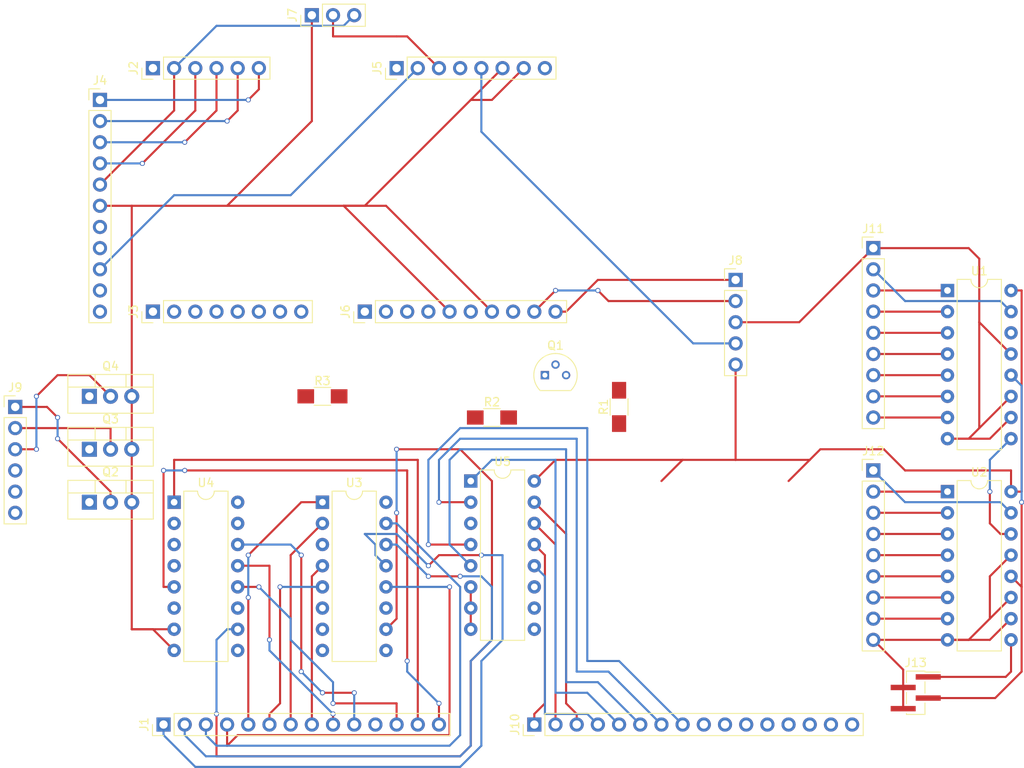
<source format=kicad_pcb>
(kicad_pcb (version 4) (host pcbnew 4.0.7)

  (general
    (links 123)
    (no_connects 41)
    (area 117.704285 41.670951 244.640002 137.485002)
    (thickness 1.6)
    (drawings 0)
    (tracks 331)
    (zones 0)
    (modules 25)
    (nets 85)
  )

  (page A4)
  (layers
    (0 F.Cu signal)
    (31 B.Cu signal)
    (32 B.Adhes user hide)
    (33 F.Adhes user hide)
    (34 B.Paste user hide)
    (35 F.Paste user hide)
    (36 B.SilkS user hide)
    (37 F.SilkS user)
    (38 B.Mask user hide)
    (39 F.Mask user hide)
    (40 Dwgs.User user hide)
    (41 Cmts.User user hide)
    (42 Eco1.User user hide)
    (43 Eco2.User user hide)
    (44 Edge.Cuts user hide)
    (45 Margin user hide)
    (46 B.CrtYd user hide)
    (47 F.CrtYd user hide)
    (48 B.Fab user hide)
    (49 F.Fab user hide)
  )

  (setup
    (last_trace_width 0.25)
    (trace_clearance 0.2)
    (zone_clearance 0.508)
    (zone_45_only no)
    (trace_min 0.2)
    (segment_width 0.2)
    (edge_width 0.15)
    (via_size 0.6)
    (via_drill 0.4)
    (via_min_size 0.4)
    (via_min_drill 0.3)
    (uvia_size 0.3)
    (uvia_drill 0.1)
    (uvias_allowed no)
    (uvia_min_size 0.2)
    (uvia_min_drill 0.1)
    (pcb_text_width 0.3)
    (pcb_text_size 1.5 1.5)
    (mod_edge_width 0.15)
    (mod_text_size 1 1)
    (mod_text_width 0.15)
    (pad_size 1.524 1.524)
    (pad_drill 0.762)
    (pad_to_mask_clearance 0.2)
    (aux_axis_origin 0 0)
    (visible_elements 7FFFFFFF)
    (pcbplotparams
      (layerselection 0x00030_80000001)
      (usegerberextensions false)
      (excludeedgelayer true)
      (linewidth 0.100000)
      (plotframeref false)
      (viasonmask false)
      (mode 1)
      (useauxorigin false)
      (hpglpennumber 1)
      (hpglpenspeed 20)
      (hpglpendiameter 15)
      (hpglpenoverlay 2)
      (psnegative false)
      (psa4output false)
      (plotreference true)
      (plotvalue true)
      (plotinvisibletext false)
      (padsonsilk false)
      (subtractmaskfromsilk false)
      (outputformat 1)
      (mirror false)
      (drillshape 0)
      (scaleselection 1)
      (outputdirectory test_gerber_out/))
  )

  (net 0 "")
  (net 1 "Net-(J1-Pad1)")
  (net 2 "Net-(J1-Pad2)")
  (net 3 "Net-(J1-Pad3)")
  (net 4 "Net-(J1-Pad4)")
  (net 5 "Net-(J1-Pad5)")
  (net 6 "Net-(J1-Pad6)")
  (net 7 "Net-(J1-Pad7)")
  (net 8 "Net-(J1-Pad8)")
  (net 9 "Net-(J1-Pad9)")
  (net 10 "Net-(J1-Pad10)")
  (net 11 "Net-(J1-Pad11)")
  (net 12 "Net-(J1-Pad12)")
  (net 13 "Net-(J1-Pad13)")
  (net 14 "Net-(J1-Pad14)")
  (net 15 "Net-(J2-Pad1)")
  (net 16 "Net-(J2-Pad2)")
  (net 17 "Net-(J2-Pad3)")
  (net 18 "Net-(J2-Pad4)")
  (net 19 "Net-(J2-Pad5)")
  (net 20 "Net-(J2-Pad6)")
  (net 21 "Net-(J3-Pad1)")
  (net 22 "Net-(J3-Pad2)")
  (net 23 "Net-(J3-Pad3)")
  (net 24 "Net-(J3-Pad4)")
  (net 25 "Net-(J3-Pad5)")
  (net 26 "Net-(J3-Pad6)")
  (net 27 "Net-(J3-Pad7)")
  (net 28 /DIGITAL7)
  (net 29 GND)
  (net 30 +5V)
  (net 31 +3V3)
  (net 32 "Net-(J4-Pad9)")
  (net 33 /AREF)
  (net 34 "Net-(J5-Pad1)")
  (net 35 "Net-(J5-Pad3)")
  (net 36 "Net-(J5-Pad8)")
  (net 37 "Net-(J13-Pad3)")
  (net 38 /PWM1)
  (net 39 /PWM2)
  (net 40 /PWM3)
  (net 41 "Net-(J6-Pad6)")
  (net 42 /SDA)
  (net 43 /SCL)
  (net 44 "Net-(J9-Pad1)")
  (net 45 "Net-(J9-Pad2)")
  (net 46 "Net-(J9-Pad3)")
  (net 47 "Net-(J10-Pad1)")
  (net 48 "Net-(J10-Pad2)")
  (net 49 "Net-(J10-Pad3)")
  (net 50 "Net-(J10-Pad4)")
  (net 51 "Net-(J10-Pad5)")
  (net 52 "Net-(J10-Pad6)")
  (net 53 "Net-(J10-Pad7)")
  (net 54 "Net-(J10-Pad8)")
  (net 55 "Net-(J10-Pad9)")
  (net 56 "Net-(J10-Pad10)")
  (net 57 "Net-(J10-Pad11)")
  (net 58 "Net-(J10-Pad12)")
  (net 59 "Net-(J10-Pad13)")
  (net 60 "Net-(J10-Pad14)")
  (net 61 "Net-(J10-Pad15)")
  (net 62 "Net-(J10-Pad16)")
  (net 63 "Net-(J11-Pad2)")
  (net 64 "Net-(J11-Pad3)")
  (net 65 "Net-(J11-Pad4)")
  (net 66 "Net-(J11-Pad5)")
  (net 67 "Net-(J11-Pad6)")
  (net 68 "Net-(J11-Pad7)")
  (net 69 "Net-(J11-Pad8)")
  (net 70 "Net-(J11-Pad9)")
  (net 71 "Net-(J12-Pad1)")
  (net 72 "Net-(J12-Pad2)")
  (net 73 "Net-(J12-Pad3)")
  (net 74 "Net-(J12-Pad4)")
  (net 75 "Net-(J12-Pad5)")
  (net 76 "Net-(J12-Pad6)")
  (net 77 "Net-(J12-Pad7)")
  (net 78 "Net-(J12-Pad8)")
  (net 79 "Net-(J13-Pad1)")
  (net 80 "Net-(Q1-Pad2)")
  (net 81 "Net-(Q1-Pad3)")
  (net 82 "Net-(U1-Pad9)")
  (net 83 "Net-(U4-Pad2)")
  (net 84 "Net-(U4-Pad4)")

  (net_class Default "This is the default net class."
    (clearance 0.2)
    (trace_width 0.25)
    (via_dia 0.6)
    (via_drill 0.4)
    (uvia_dia 0.3)
    (uvia_drill 0.1)
    (add_net +3V3)
    (add_net +5V)
    (add_net /AREF)
    (add_net /DIGITAL7)
    (add_net /PWM1)
    (add_net /PWM2)
    (add_net /PWM3)
    (add_net /SCL)
    (add_net /SDA)
    (add_net GND)
    (add_net "Net-(J1-Pad1)")
    (add_net "Net-(J1-Pad10)")
    (add_net "Net-(J1-Pad11)")
    (add_net "Net-(J1-Pad12)")
    (add_net "Net-(J1-Pad13)")
    (add_net "Net-(J1-Pad14)")
    (add_net "Net-(J1-Pad2)")
    (add_net "Net-(J1-Pad3)")
    (add_net "Net-(J1-Pad4)")
    (add_net "Net-(J1-Pad5)")
    (add_net "Net-(J1-Pad6)")
    (add_net "Net-(J1-Pad7)")
    (add_net "Net-(J1-Pad8)")
    (add_net "Net-(J1-Pad9)")
    (add_net "Net-(J10-Pad1)")
    (add_net "Net-(J10-Pad10)")
    (add_net "Net-(J10-Pad11)")
    (add_net "Net-(J10-Pad12)")
    (add_net "Net-(J10-Pad13)")
    (add_net "Net-(J10-Pad14)")
    (add_net "Net-(J10-Pad15)")
    (add_net "Net-(J10-Pad16)")
    (add_net "Net-(J10-Pad2)")
    (add_net "Net-(J10-Pad3)")
    (add_net "Net-(J10-Pad4)")
    (add_net "Net-(J10-Pad5)")
    (add_net "Net-(J10-Pad6)")
    (add_net "Net-(J10-Pad7)")
    (add_net "Net-(J10-Pad8)")
    (add_net "Net-(J10-Pad9)")
    (add_net "Net-(J11-Pad2)")
    (add_net "Net-(J11-Pad3)")
    (add_net "Net-(J11-Pad4)")
    (add_net "Net-(J11-Pad5)")
    (add_net "Net-(J11-Pad6)")
    (add_net "Net-(J11-Pad7)")
    (add_net "Net-(J11-Pad8)")
    (add_net "Net-(J11-Pad9)")
    (add_net "Net-(J12-Pad1)")
    (add_net "Net-(J12-Pad2)")
    (add_net "Net-(J12-Pad3)")
    (add_net "Net-(J12-Pad4)")
    (add_net "Net-(J12-Pad5)")
    (add_net "Net-(J12-Pad6)")
    (add_net "Net-(J12-Pad7)")
    (add_net "Net-(J12-Pad8)")
    (add_net "Net-(J13-Pad1)")
    (add_net "Net-(J13-Pad3)")
    (add_net "Net-(J2-Pad1)")
    (add_net "Net-(J2-Pad2)")
    (add_net "Net-(J2-Pad3)")
    (add_net "Net-(J2-Pad4)")
    (add_net "Net-(J2-Pad5)")
    (add_net "Net-(J2-Pad6)")
    (add_net "Net-(J3-Pad1)")
    (add_net "Net-(J3-Pad2)")
    (add_net "Net-(J3-Pad3)")
    (add_net "Net-(J3-Pad4)")
    (add_net "Net-(J3-Pad5)")
    (add_net "Net-(J3-Pad6)")
    (add_net "Net-(J3-Pad7)")
    (add_net "Net-(J4-Pad9)")
    (add_net "Net-(J5-Pad1)")
    (add_net "Net-(J5-Pad3)")
    (add_net "Net-(J5-Pad8)")
    (add_net "Net-(J6-Pad6)")
    (add_net "Net-(J9-Pad1)")
    (add_net "Net-(J9-Pad2)")
    (add_net "Net-(J9-Pad3)")
    (add_net "Net-(Q1-Pad2)")
    (add_net "Net-(Q1-Pad3)")
    (add_net "Net-(U1-Pad9)")
    (add_net "Net-(U4-Pad2)")
    (add_net "Net-(U4-Pad4)")
  )

  (module Pin_Headers:Pin_Header_Straight_1x14_Pitch2.54mm (layer F.Cu) (tedit 59650532) (tstamp 5AB715B1)
    (at 140.97 132.08 90)
    (descr "Through hole straight pin header, 1x14, 2.54mm pitch, single row")
    (tags "Through hole pin header THT 1x14 2.54mm single row")
    (path /5AB5FBF7)
    (fp_text reference J1 (at 0 -2.33 90) (layer F.SilkS)
      (effects (font (size 1 1) (thickness 0.15)))
    )
    (fp_text value KBD_LHS (at 0 35.35 90) (layer F.Fab)
      (effects (font (size 1 1) (thickness 0.15)))
    )
    (fp_line (start -0.635 -1.27) (end 1.27 -1.27) (layer F.Fab) (width 0.1))
    (fp_line (start 1.27 -1.27) (end 1.27 34.29) (layer F.Fab) (width 0.1))
    (fp_line (start 1.27 34.29) (end -1.27 34.29) (layer F.Fab) (width 0.1))
    (fp_line (start -1.27 34.29) (end -1.27 -0.635) (layer F.Fab) (width 0.1))
    (fp_line (start -1.27 -0.635) (end -0.635 -1.27) (layer F.Fab) (width 0.1))
    (fp_line (start -1.33 34.35) (end 1.33 34.35) (layer F.SilkS) (width 0.12))
    (fp_line (start -1.33 1.27) (end -1.33 34.35) (layer F.SilkS) (width 0.12))
    (fp_line (start 1.33 1.27) (end 1.33 34.35) (layer F.SilkS) (width 0.12))
    (fp_line (start -1.33 1.27) (end 1.33 1.27) (layer F.SilkS) (width 0.12))
    (fp_line (start -1.33 0) (end -1.33 -1.33) (layer F.SilkS) (width 0.12))
    (fp_line (start -1.33 -1.33) (end 0 -1.33) (layer F.SilkS) (width 0.12))
    (fp_line (start -1.8 -1.8) (end -1.8 34.8) (layer F.CrtYd) (width 0.05))
    (fp_line (start -1.8 34.8) (end 1.8 34.8) (layer F.CrtYd) (width 0.05))
    (fp_line (start 1.8 34.8) (end 1.8 -1.8) (layer F.CrtYd) (width 0.05))
    (fp_line (start 1.8 -1.8) (end -1.8 -1.8) (layer F.CrtYd) (width 0.05))
    (fp_text user %R (at 0 16.51 180) (layer F.Fab)
      (effects (font (size 1 1) (thickness 0.15)))
    )
    (pad 1 thru_hole rect (at 0 0 90) (size 1.7 1.7) (drill 1) (layers *.Cu *.Mask)
      (net 1 "Net-(J1-Pad1)"))
    (pad 2 thru_hole oval (at 0 2.54 90) (size 1.7 1.7) (drill 1) (layers *.Cu *.Mask)
      (net 2 "Net-(J1-Pad2)"))
    (pad 3 thru_hole oval (at 0 5.08 90) (size 1.7 1.7) (drill 1) (layers *.Cu *.Mask)
      (net 3 "Net-(J1-Pad3)"))
    (pad 4 thru_hole oval (at 0 7.62 90) (size 1.7 1.7) (drill 1) (layers *.Cu *.Mask)
      (net 4 "Net-(J1-Pad4)"))
    (pad 5 thru_hole oval (at 0 10.16 90) (size 1.7 1.7) (drill 1) (layers *.Cu *.Mask)
      (net 5 "Net-(J1-Pad5)"))
    (pad 6 thru_hole oval (at 0 12.7 90) (size 1.7 1.7) (drill 1) (layers *.Cu *.Mask)
      (net 6 "Net-(J1-Pad6)"))
    (pad 7 thru_hole oval (at 0 15.24 90) (size 1.7 1.7) (drill 1) (layers *.Cu *.Mask)
      (net 7 "Net-(J1-Pad7)"))
    (pad 8 thru_hole oval (at 0 17.78 90) (size 1.7 1.7) (drill 1) (layers *.Cu *.Mask)
      (net 8 "Net-(J1-Pad8)"))
    (pad 9 thru_hole oval (at 0 20.32 90) (size 1.7 1.7) (drill 1) (layers *.Cu *.Mask)
      (net 9 "Net-(J1-Pad9)"))
    (pad 10 thru_hole oval (at 0 22.86 90) (size 1.7 1.7) (drill 1) (layers *.Cu *.Mask)
      (net 10 "Net-(J1-Pad10)"))
    (pad 11 thru_hole oval (at 0 25.4 90) (size 1.7 1.7) (drill 1) (layers *.Cu *.Mask)
      (net 11 "Net-(J1-Pad11)"))
    (pad 12 thru_hole oval (at 0 27.94 90) (size 1.7 1.7) (drill 1) (layers *.Cu *.Mask)
      (net 12 "Net-(J1-Pad12)"))
    (pad 13 thru_hole oval (at 0 30.48 90) (size 1.7 1.7) (drill 1) (layers *.Cu *.Mask)
      (net 13 "Net-(J1-Pad13)"))
    (pad 14 thru_hole oval (at 0 33.02 90) (size 1.7 1.7) (drill 1) (layers *.Cu *.Mask)
      (net 14 "Net-(J1-Pad14)"))
    (model ${KISYS3DMOD}/Pin_Headers.3dshapes/Pin_Header_Straight_1x14_Pitch2.54mm.wrl
      (at (xyz 0 0 0))
      (scale (xyz 1 1 1))
      (rotate (xyz 0 0 0))
    )
  )

  (module Pin_Headers:Pin_Header_Straight_1x06_Pitch2.54mm (layer F.Cu) (tedit 59650532) (tstamp 5AB715CB)
    (at 139.7 53.34 90)
    (descr "Through hole straight pin header, 1x06, 2.54mm pitch, single row")
    (tags "Through hole pin header THT 1x06 2.54mm single row")
    (path /5AB77B16)
    (fp_text reference J2 (at 0 -2.33 90) (layer F.SilkS)
      (effects (font (size 1 1) (thickness 0.15)))
    )
    (fp_text value Arduino_AnalogIn (at 0 15.03 90) (layer F.Fab)
      (effects (font (size 1 1) (thickness 0.15)))
    )
    (fp_line (start -0.635 -1.27) (end 1.27 -1.27) (layer F.Fab) (width 0.1))
    (fp_line (start 1.27 -1.27) (end 1.27 13.97) (layer F.Fab) (width 0.1))
    (fp_line (start 1.27 13.97) (end -1.27 13.97) (layer F.Fab) (width 0.1))
    (fp_line (start -1.27 13.97) (end -1.27 -0.635) (layer F.Fab) (width 0.1))
    (fp_line (start -1.27 -0.635) (end -0.635 -1.27) (layer F.Fab) (width 0.1))
    (fp_line (start -1.33 14.03) (end 1.33 14.03) (layer F.SilkS) (width 0.12))
    (fp_line (start -1.33 1.27) (end -1.33 14.03) (layer F.SilkS) (width 0.12))
    (fp_line (start 1.33 1.27) (end 1.33 14.03) (layer F.SilkS) (width 0.12))
    (fp_line (start -1.33 1.27) (end 1.33 1.27) (layer F.SilkS) (width 0.12))
    (fp_line (start -1.33 0) (end -1.33 -1.33) (layer F.SilkS) (width 0.12))
    (fp_line (start -1.33 -1.33) (end 0 -1.33) (layer F.SilkS) (width 0.12))
    (fp_line (start -1.8 -1.8) (end -1.8 14.5) (layer F.CrtYd) (width 0.05))
    (fp_line (start -1.8 14.5) (end 1.8 14.5) (layer F.CrtYd) (width 0.05))
    (fp_line (start 1.8 14.5) (end 1.8 -1.8) (layer F.CrtYd) (width 0.05))
    (fp_line (start 1.8 -1.8) (end -1.8 -1.8) (layer F.CrtYd) (width 0.05))
    (fp_text user %R (at 0 6.35 180) (layer F.Fab)
      (effects (font (size 1 1) (thickness 0.15)))
    )
    (pad 1 thru_hole rect (at 0 0 90) (size 1.7 1.7) (drill 1) (layers *.Cu *.Mask)
      (net 15 "Net-(J2-Pad1)"))
    (pad 2 thru_hole oval (at 0 2.54 90) (size 1.7 1.7) (drill 1) (layers *.Cu *.Mask)
      (net 16 "Net-(J2-Pad2)"))
    (pad 3 thru_hole oval (at 0 5.08 90) (size 1.7 1.7) (drill 1) (layers *.Cu *.Mask)
      (net 17 "Net-(J2-Pad3)"))
    (pad 4 thru_hole oval (at 0 7.62 90) (size 1.7 1.7) (drill 1) (layers *.Cu *.Mask)
      (net 18 "Net-(J2-Pad4)"))
    (pad 5 thru_hole oval (at 0 10.16 90) (size 1.7 1.7) (drill 1) (layers *.Cu *.Mask)
      (net 19 "Net-(J2-Pad5)"))
    (pad 6 thru_hole oval (at 0 12.7 90) (size 1.7 1.7) (drill 1) (layers *.Cu *.Mask)
      (net 20 "Net-(J2-Pad6)"))
    (model ${KISYS3DMOD}/Pin_Headers.3dshapes/Pin_Header_Straight_1x06_Pitch2.54mm.wrl
      (at (xyz 0 0 0))
      (scale (xyz 1 1 1))
      (rotate (xyz 0 0 0))
    )
  )

  (module Pin_Headers:Pin_Header_Straight_1x08_Pitch2.54mm (layer F.Cu) (tedit 59650532) (tstamp 5AB715E7)
    (at 139.7 82.55 90)
    (descr "Through hole straight pin header, 1x08, 2.54mm pitch, single row")
    (tags "Through hole pin header THT 1x08 2.54mm single row")
    (path /5AB72ECE)
    (fp_text reference J3 (at 0 -2.33 90) (layer F.SilkS)
      (effects (font (size 1 1) (thickness 0.15)))
    )
    (fp_text value Arduino_DigitalLow (at 0 20.11 90) (layer F.Fab)
      (effects (font (size 1 1) (thickness 0.15)))
    )
    (fp_line (start -0.635 -1.27) (end 1.27 -1.27) (layer F.Fab) (width 0.1))
    (fp_line (start 1.27 -1.27) (end 1.27 19.05) (layer F.Fab) (width 0.1))
    (fp_line (start 1.27 19.05) (end -1.27 19.05) (layer F.Fab) (width 0.1))
    (fp_line (start -1.27 19.05) (end -1.27 -0.635) (layer F.Fab) (width 0.1))
    (fp_line (start -1.27 -0.635) (end -0.635 -1.27) (layer F.Fab) (width 0.1))
    (fp_line (start -1.33 19.11) (end 1.33 19.11) (layer F.SilkS) (width 0.12))
    (fp_line (start -1.33 1.27) (end -1.33 19.11) (layer F.SilkS) (width 0.12))
    (fp_line (start 1.33 1.27) (end 1.33 19.11) (layer F.SilkS) (width 0.12))
    (fp_line (start -1.33 1.27) (end 1.33 1.27) (layer F.SilkS) (width 0.12))
    (fp_line (start -1.33 0) (end -1.33 -1.33) (layer F.SilkS) (width 0.12))
    (fp_line (start -1.33 -1.33) (end 0 -1.33) (layer F.SilkS) (width 0.12))
    (fp_line (start -1.8 -1.8) (end -1.8 19.55) (layer F.CrtYd) (width 0.05))
    (fp_line (start -1.8 19.55) (end 1.8 19.55) (layer F.CrtYd) (width 0.05))
    (fp_line (start 1.8 19.55) (end 1.8 -1.8) (layer F.CrtYd) (width 0.05))
    (fp_line (start 1.8 -1.8) (end -1.8 -1.8) (layer F.CrtYd) (width 0.05))
    (fp_text user %R (at 0 8.89 180) (layer F.Fab)
      (effects (font (size 1 1) (thickness 0.15)))
    )
    (pad 1 thru_hole rect (at 0 0 90) (size 1.7 1.7) (drill 1) (layers *.Cu *.Mask)
      (net 21 "Net-(J3-Pad1)"))
    (pad 2 thru_hole oval (at 0 2.54 90) (size 1.7 1.7) (drill 1) (layers *.Cu *.Mask)
      (net 22 "Net-(J3-Pad2)"))
    (pad 3 thru_hole oval (at 0 5.08 90) (size 1.7 1.7) (drill 1) (layers *.Cu *.Mask)
      (net 23 "Net-(J3-Pad3)"))
    (pad 4 thru_hole oval (at 0 7.62 90) (size 1.7 1.7) (drill 1) (layers *.Cu *.Mask)
      (net 24 "Net-(J3-Pad4)"))
    (pad 5 thru_hole oval (at 0 10.16 90) (size 1.7 1.7) (drill 1) (layers *.Cu *.Mask)
      (net 25 "Net-(J3-Pad5)"))
    (pad 6 thru_hole oval (at 0 12.7 90) (size 1.7 1.7) (drill 1) (layers *.Cu *.Mask)
      (net 26 "Net-(J3-Pad6)"))
    (pad 7 thru_hole oval (at 0 15.24 90) (size 1.7 1.7) (drill 1) (layers *.Cu *.Mask)
      (net 27 "Net-(J3-Pad7)"))
    (pad 8 thru_hole oval (at 0 17.78 90) (size 1.7 1.7) (drill 1) (layers *.Cu *.Mask)
      (net 28 /DIGITAL7))
    (model ${KISYS3DMOD}/Pin_Headers.3dshapes/Pin_Header_Straight_1x08_Pitch2.54mm.wrl
      (at (xyz 0 0 0))
      (scale (xyz 1 1 1))
      (rotate (xyz 0 0 0))
    )
  )

  (module Pin_Headers:Pin_Header_Straight_1x11_Pitch2.54mm (layer F.Cu) (tedit 59650532) (tstamp 5AB71606)
    (at 133.35 57.15)
    (descr "Through hole straight pin header, 1x11, 2.54mm pitch, single row")
    (tags "Through hole pin header THT 1x11 2.54mm single row")
    (path /5AB67BE4)
    (fp_text reference J4 (at 0 -2.33) (layer F.SilkS)
      (effects (font (size 1 1) (thickness 0.15)))
    )
    (fp_text value AIN_D8_Expander (at 0 27.73) (layer F.Fab)
      (effects (font (size 1 1) (thickness 0.15)))
    )
    (fp_line (start -0.635 -1.27) (end 1.27 -1.27) (layer F.Fab) (width 0.1))
    (fp_line (start 1.27 -1.27) (end 1.27 26.67) (layer F.Fab) (width 0.1))
    (fp_line (start 1.27 26.67) (end -1.27 26.67) (layer F.Fab) (width 0.1))
    (fp_line (start -1.27 26.67) (end -1.27 -0.635) (layer F.Fab) (width 0.1))
    (fp_line (start -1.27 -0.635) (end -0.635 -1.27) (layer F.Fab) (width 0.1))
    (fp_line (start -1.33 26.73) (end 1.33 26.73) (layer F.SilkS) (width 0.12))
    (fp_line (start -1.33 1.27) (end -1.33 26.73) (layer F.SilkS) (width 0.12))
    (fp_line (start 1.33 1.27) (end 1.33 26.73) (layer F.SilkS) (width 0.12))
    (fp_line (start -1.33 1.27) (end 1.33 1.27) (layer F.SilkS) (width 0.12))
    (fp_line (start -1.33 0) (end -1.33 -1.33) (layer F.SilkS) (width 0.12))
    (fp_line (start -1.33 -1.33) (end 0 -1.33) (layer F.SilkS) (width 0.12))
    (fp_line (start -1.8 -1.8) (end -1.8 27.2) (layer F.CrtYd) (width 0.05))
    (fp_line (start -1.8 27.2) (end 1.8 27.2) (layer F.CrtYd) (width 0.05))
    (fp_line (start 1.8 27.2) (end 1.8 -1.8) (layer F.CrtYd) (width 0.05))
    (fp_line (start 1.8 -1.8) (end -1.8 -1.8) (layer F.CrtYd) (width 0.05))
    (fp_text user %R (at 0 12.7 90) (layer F.Fab)
      (effects (font (size 1 1) (thickness 0.15)))
    )
    (pad 1 thru_hole rect (at 0 0) (size 1.7 1.7) (drill 1) (layers *.Cu *.Mask)
      (net 20 "Net-(J2-Pad6)"))
    (pad 2 thru_hole oval (at 0 2.54) (size 1.7 1.7) (drill 1) (layers *.Cu *.Mask)
      (net 19 "Net-(J2-Pad5)"))
    (pad 3 thru_hole oval (at 0 5.08) (size 1.7 1.7) (drill 1) (layers *.Cu *.Mask)
      (net 18 "Net-(J2-Pad4)"))
    (pad 4 thru_hole oval (at 0 7.62) (size 1.7 1.7) (drill 1) (layers *.Cu *.Mask)
      (net 17 "Net-(J2-Pad3)"))
    (pad 5 thru_hole oval (at 0 10.16) (size 1.7 1.7) (drill 1) (layers *.Cu *.Mask)
      (net 16 "Net-(J2-Pad2)"))
    (pad 6 thru_hole oval (at 0 12.7) (size 1.7 1.7) (drill 1) (layers *.Cu *.Mask)
      (net 29 GND))
    (pad 7 thru_hole oval (at 0 15.24) (size 1.7 1.7) (drill 1) (layers *.Cu *.Mask)
      (net 30 +5V))
    (pad 8 thru_hole oval (at 0 17.78) (size 1.7 1.7) (drill 1) (layers *.Cu *.Mask)
      (net 31 +3V3))
    (pad 9 thru_hole oval (at 0 20.32) (size 1.7 1.7) (drill 1) (layers *.Cu *.Mask)
      (net 32 "Net-(J4-Pad9)"))
    (pad 10 thru_hole oval (at 0 22.86) (size 1.7 1.7) (drill 1) (layers *.Cu *.Mask)
      (net 33 /AREF))
    (pad 11 thru_hole oval (at 0 25.4) (size 1.7 1.7) (drill 1) (layers *.Cu *.Mask)
      (net 28 /DIGITAL7))
    (model ${KISYS3DMOD}/Pin_Headers.3dshapes/Pin_Header_Straight_1x11_Pitch2.54mm.wrl
      (at (xyz 0 0 0))
      (scale (xyz 1 1 1))
      (rotate (xyz 0 0 0))
    )
  )

  (module Pin_Headers:Pin_Header_Straight_1x08_Pitch2.54mm (layer F.Cu) (tedit 59650532) (tstamp 5AB71622)
    (at 168.91 53.34 90)
    (descr "Through hole straight pin header, 1x08, 2.54mm pitch, single row")
    (tags "Through hole pin header THT 1x08 2.54mm single row")
    (path /5AB770E2)
    (fp_text reference J5 (at 0 -2.33 90) (layer F.SilkS)
      (effects (font (size 1 1) (thickness 0.15)))
    )
    (fp_text value Arduino_power (at 0 20.11 90) (layer F.Fab)
      (effects (font (size 1 1) (thickness 0.15)))
    )
    (fp_line (start -0.635 -1.27) (end 1.27 -1.27) (layer F.Fab) (width 0.1))
    (fp_line (start 1.27 -1.27) (end 1.27 19.05) (layer F.Fab) (width 0.1))
    (fp_line (start 1.27 19.05) (end -1.27 19.05) (layer F.Fab) (width 0.1))
    (fp_line (start -1.27 19.05) (end -1.27 -0.635) (layer F.Fab) (width 0.1))
    (fp_line (start -1.27 -0.635) (end -0.635 -1.27) (layer F.Fab) (width 0.1))
    (fp_line (start -1.33 19.11) (end 1.33 19.11) (layer F.SilkS) (width 0.12))
    (fp_line (start -1.33 1.27) (end -1.33 19.11) (layer F.SilkS) (width 0.12))
    (fp_line (start 1.33 1.27) (end 1.33 19.11) (layer F.SilkS) (width 0.12))
    (fp_line (start -1.33 1.27) (end 1.33 1.27) (layer F.SilkS) (width 0.12))
    (fp_line (start -1.33 0) (end -1.33 -1.33) (layer F.SilkS) (width 0.12))
    (fp_line (start -1.33 -1.33) (end 0 -1.33) (layer F.SilkS) (width 0.12))
    (fp_line (start -1.8 -1.8) (end -1.8 19.55) (layer F.CrtYd) (width 0.05))
    (fp_line (start -1.8 19.55) (end 1.8 19.55) (layer F.CrtYd) (width 0.05))
    (fp_line (start 1.8 19.55) (end 1.8 -1.8) (layer F.CrtYd) (width 0.05))
    (fp_line (start 1.8 -1.8) (end -1.8 -1.8) (layer F.CrtYd) (width 0.05))
    (fp_text user %R (at 0 8.89 180) (layer F.Fab)
      (effects (font (size 1 1) (thickness 0.15)))
    )
    (pad 1 thru_hole rect (at 0 0 90) (size 1.7 1.7) (drill 1) (layers *.Cu *.Mask)
      (net 34 "Net-(J5-Pad1)"))
    (pad 2 thru_hole oval (at 0 2.54 90) (size 1.7 1.7) (drill 1) (layers *.Cu *.Mask)
      (net 32 "Net-(J4-Pad9)"))
    (pad 3 thru_hole oval (at 0 5.08 90) (size 1.7 1.7) (drill 1) (layers *.Cu *.Mask)
      (net 35 "Net-(J5-Pad3)"))
    (pad 4 thru_hole oval (at 0 7.62 90) (size 1.7 1.7) (drill 1) (layers *.Cu *.Mask)
      (net 31 +3V3))
    (pad 5 thru_hole oval (at 0 10.16 90) (size 1.7 1.7) (drill 1) (layers *.Cu *.Mask)
      (net 30 +5V))
    (pad 6 thru_hole oval (at 0 12.7 90) (size 1.7 1.7) (drill 1) (layers *.Cu *.Mask)
      (net 29 GND))
    (pad 7 thru_hole oval (at 0 15.24 90) (size 1.7 1.7) (drill 1) (layers *.Cu *.Mask)
      (net 29 GND))
    (pad 8 thru_hole oval (at 0 17.78 90) (size 1.7 1.7) (drill 1) (layers *.Cu *.Mask)
      (net 36 "Net-(J5-Pad8)"))
    (model ${KISYS3DMOD}/Pin_Headers.3dshapes/Pin_Header_Straight_1x08_Pitch2.54mm.wrl
      (at (xyz 0 0 0))
      (scale (xyz 1 1 1))
      (rotate (xyz 0 0 0))
    )
  )

  (module Pin_Headers:Pin_Header_Straight_1x10_Pitch2.54mm (layer F.Cu) (tedit 59650532) (tstamp 5AB71640)
    (at 165.1 82.55 90)
    (descr "Through hole straight pin header, 1x10, 2.54mm pitch, single row")
    (tags "Through hole pin header THT 1x10 2.54mm single row")
    (path /5AB73FDF)
    (fp_text reference J6 (at 0 -2.33 90) (layer F.SilkS)
      (effects (font (size 1 1) (thickness 0.15)))
    )
    (fp_text value Arduino_DigitalHigh (at 0 25.19 90) (layer F.Fab)
      (effects (font (size 1 1) (thickness 0.15)))
    )
    (fp_line (start -0.635 -1.27) (end 1.27 -1.27) (layer F.Fab) (width 0.1))
    (fp_line (start 1.27 -1.27) (end 1.27 24.13) (layer F.Fab) (width 0.1))
    (fp_line (start 1.27 24.13) (end -1.27 24.13) (layer F.Fab) (width 0.1))
    (fp_line (start -1.27 24.13) (end -1.27 -0.635) (layer F.Fab) (width 0.1))
    (fp_line (start -1.27 -0.635) (end -0.635 -1.27) (layer F.Fab) (width 0.1))
    (fp_line (start -1.33 24.19) (end 1.33 24.19) (layer F.SilkS) (width 0.12))
    (fp_line (start -1.33 1.27) (end -1.33 24.19) (layer F.SilkS) (width 0.12))
    (fp_line (start 1.33 1.27) (end 1.33 24.19) (layer F.SilkS) (width 0.12))
    (fp_line (start -1.33 1.27) (end 1.33 1.27) (layer F.SilkS) (width 0.12))
    (fp_line (start -1.33 0) (end -1.33 -1.33) (layer F.SilkS) (width 0.12))
    (fp_line (start -1.33 -1.33) (end 0 -1.33) (layer F.SilkS) (width 0.12))
    (fp_line (start -1.8 -1.8) (end -1.8 24.65) (layer F.CrtYd) (width 0.05))
    (fp_line (start -1.8 24.65) (end 1.8 24.65) (layer F.CrtYd) (width 0.05))
    (fp_line (start 1.8 24.65) (end 1.8 -1.8) (layer F.CrtYd) (width 0.05))
    (fp_line (start 1.8 -1.8) (end -1.8 -1.8) (layer F.CrtYd) (width 0.05))
    (fp_text user %R (at 0 11.43 180) (layer F.Fab)
      (effects (font (size 1 1) (thickness 0.15)))
    )
    (pad 1 thru_hole rect (at 0 0 90) (size 1.7 1.7) (drill 1) (layers *.Cu *.Mask)
      (net 37 "Net-(J13-Pad3)"))
    (pad 2 thru_hole oval (at 0 2.54 90) (size 1.7 1.7) (drill 1) (layers *.Cu *.Mask)
      (net 38 /PWM1))
    (pad 3 thru_hole oval (at 0 5.08 90) (size 1.7 1.7) (drill 1) (layers *.Cu *.Mask)
      (net 39 /PWM2))
    (pad 4 thru_hole oval (at 0 7.62 90) (size 1.7 1.7) (drill 1) (layers *.Cu *.Mask)
      (net 40 /PWM3))
    (pad 5 thru_hole oval (at 0 10.16 90) (size 1.7 1.7) (drill 1) (layers *.Cu *.Mask)
      (net 29 GND))
    (pad 6 thru_hole oval (at 0 12.7 90) (size 1.7 1.7) (drill 1) (layers *.Cu *.Mask)
      (net 41 "Net-(J6-Pad6)"))
    (pad 7 thru_hole oval (at 0 15.24 90) (size 1.7 1.7) (drill 1) (layers *.Cu *.Mask)
      (net 29 GND))
    (pad 8 thru_hole oval (at 0 17.78 90) (size 1.7 1.7) (drill 1) (layers *.Cu *.Mask)
      (net 33 /AREF))
    (pad 9 thru_hole oval (at 0 20.32 90) (size 1.7 1.7) (drill 1) (layers *.Cu *.Mask)
      (net 42 /SDA))
    (pad 10 thru_hole oval (at 0 22.86 90) (size 1.7 1.7) (drill 1) (layers *.Cu *.Mask)
      (net 43 /SCL))
    (model ${KISYS3DMOD}/Pin_Headers.3dshapes/Pin_Header_Straight_1x10_Pitch2.54mm.wrl
      (at (xyz 0 0 0))
      (scale (xyz 1 1 1))
      (rotate (xyz 0 0 0))
    )
  )

  (module Pin_Headers:Pin_Header_Straight_1x03_Pitch2.54mm (layer F.Cu) (tedit 59650532) (tstamp 5AB71657)
    (at 158.75 46.99 90)
    (descr "Through hole straight pin header, 1x03, 2.54mm pitch, single row")
    (tags "Through hole pin header THT 1x03 2.54mm single row")
    (path /5AB7A63F)
    (fp_text reference J7 (at 0 -2.33 90) (layer F.SilkS)
      (effects (font (size 1 1) (thickness 0.15)))
    )
    (fp_text value Reset_Jumper (at 0 7.41 90) (layer F.Fab)
      (effects (font (size 1 1) (thickness 0.15)))
    )
    (fp_line (start -0.635 -1.27) (end 1.27 -1.27) (layer F.Fab) (width 0.1))
    (fp_line (start 1.27 -1.27) (end 1.27 6.35) (layer F.Fab) (width 0.1))
    (fp_line (start 1.27 6.35) (end -1.27 6.35) (layer F.Fab) (width 0.1))
    (fp_line (start -1.27 6.35) (end -1.27 -0.635) (layer F.Fab) (width 0.1))
    (fp_line (start -1.27 -0.635) (end -0.635 -1.27) (layer F.Fab) (width 0.1))
    (fp_line (start -1.33 6.41) (end 1.33 6.41) (layer F.SilkS) (width 0.12))
    (fp_line (start -1.33 1.27) (end -1.33 6.41) (layer F.SilkS) (width 0.12))
    (fp_line (start 1.33 1.27) (end 1.33 6.41) (layer F.SilkS) (width 0.12))
    (fp_line (start -1.33 1.27) (end 1.33 1.27) (layer F.SilkS) (width 0.12))
    (fp_line (start -1.33 0) (end -1.33 -1.33) (layer F.SilkS) (width 0.12))
    (fp_line (start -1.33 -1.33) (end 0 -1.33) (layer F.SilkS) (width 0.12))
    (fp_line (start -1.8 -1.8) (end -1.8 6.85) (layer F.CrtYd) (width 0.05))
    (fp_line (start -1.8 6.85) (end 1.8 6.85) (layer F.CrtYd) (width 0.05))
    (fp_line (start 1.8 6.85) (end 1.8 -1.8) (layer F.CrtYd) (width 0.05))
    (fp_line (start 1.8 -1.8) (end -1.8 -1.8) (layer F.CrtYd) (width 0.05))
    (fp_text user %R (at 0 2.54 180) (layer F.Fab)
      (effects (font (size 1 1) (thickness 0.15)))
    )
    (pad 1 thru_hole rect (at 0 0 90) (size 1.7 1.7) (drill 1) (layers *.Cu *.Mask)
      (net 29 GND))
    (pad 2 thru_hole oval (at 0 2.54 90) (size 1.7 1.7) (drill 1) (layers *.Cu *.Mask)
      (net 35 "Net-(J5-Pad3)"))
    (pad 3 thru_hole oval (at 0 5.08 90) (size 1.7 1.7) (drill 1) (layers *.Cu *.Mask)
      (net 16 "Net-(J2-Pad2)"))
    (model ${KISYS3DMOD}/Pin_Headers.3dshapes/Pin_Header_Straight_1x03_Pitch2.54mm.wrl
      (at (xyz 0 0 0))
      (scale (xyz 1 1 1))
      (rotate (xyz 0 0 0))
    )
  )

  (module Pin_Headers:Pin_Header_Straight_1x05_Pitch2.54mm (layer F.Cu) (tedit 59650532) (tstamp 5AB71670)
    (at 209.55 78.74)
    (descr "Through hole straight pin header, 1x05, 2.54mm pitch, single row")
    (tags "Through hole pin header THT 1x05 2.54mm single row")
    (path /5AB7BC89)
    (fp_text reference J8 (at 0 -2.33) (layer F.SilkS)
      (effects (font (size 1 1) (thickness 0.15)))
    )
    (fp_text value I2C_Expander (at 0 12.49) (layer F.Fab)
      (effects (font (size 1 1) (thickness 0.15)))
    )
    (fp_line (start -0.635 -1.27) (end 1.27 -1.27) (layer F.Fab) (width 0.1))
    (fp_line (start 1.27 -1.27) (end 1.27 11.43) (layer F.Fab) (width 0.1))
    (fp_line (start 1.27 11.43) (end -1.27 11.43) (layer F.Fab) (width 0.1))
    (fp_line (start -1.27 11.43) (end -1.27 -0.635) (layer F.Fab) (width 0.1))
    (fp_line (start -1.27 -0.635) (end -0.635 -1.27) (layer F.Fab) (width 0.1))
    (fp_line (start -1.33 11.49) (end 1.33 11.49) (layer F.SilkS) (width 0.12))
    (fp_line (start -1.33 1.27) (end -1.33 11.49) (layer F.SilkS) (width 0.12))
    (fp_line (start 1.33 1.27) (end 1.33 11.49) (layer F.SilkS) (width 0.12))
    (fp_line (start -1.33 1.27) (end 1.33 1.27) (layer F.SilkS) (width 0.12))
    (fp_line (start -1.33 0) (end -1.33 -1.33) (layer F.SilkS) (width 0.12))
    (fp_line (start -1.33 -1.33) (end 0 -1.33) (layer F.SilkS) (width 0.12))
    (fp_line (start -1.8 -1.8) (end -1.8 11.95) (layer F.CrtYd) (width 0.05))
    (fp_line (start -1.8 11.95) (end 1.8 11.95) (layer F.CrtYd) (width 0.05))
    (fp_line (start 1.8 11.95) (end 1.8 -1.8) (layer F.CrtYd) (width 0.05))
    (fp_line (start 1.8 -1.8) (end -1.8 -1.8) (layer F.CrtYd) (width 0.05))
    (fp_text user %R (at 0 5.08 90) (layer F.Fab)
      (effects (font (size 1 1) (thickness 0.15)))
    )
    (pad 1 thru_hole rect (at 0 0) (size 1.7 1.7) (drill 1) (layers *.Cu *.Mask)
      (net 43 /SCL))
    (pad 2 thru_hole oval (at 0 2.54) (size 1.7 1.7) (drill 1) (layers *.Cu *.Mask)
      (net 42 /SDA))
    (pad 3 thru_hole oval (at 0 5.08) (size 1.7 1.7) (drill 1) (layers *.Cu *.Mask)
      (net 29 GND))
    (pad 4 thru_hole oval (at 0 7.62) (size 1.7 1.7) (drill 1) (layers *.Cu *.Mask)
      (net 30 +5V))
    (pad 5 thru_hole oval (at 0 10.16) (size 1.7 1.7) (drill 1) (layers *.Cu *.Mask)
      (net 31 +3V3))
    (model ${KISYS3DMOD}/Pin_Headers.3dshapes/Pin_Header_Straight_1x05_Pitch2.54mm.wrl
      (at (xyz 0 0 0))
      (scale (xyz 1 1 1))
      (rotate (xyz 0 0 0))
    )
  )

  (module Pin_Headers:Pin_Header_Straight_1x06_Pitch2.54mm (layer F.Cu) (tedit 59650532) (tstamp 5AB7168A)
    (at 123.19 93.98)
    (descr "Through hole straight pin header, 1x06, 2.54mm pitch, single row")
    (tags "Through hole pin header THT 1x06 2.54mm single row")
    (path /5AB99B5F)
    (fp_text reference J9 (at 0 -2.33) (layer F.SilkS)
      (effects (font (size 1 1) (thickness 0.15)))
    )
    (fp_text value RGB_Expander (at 0 15.03) (layer F.Fab)
      (effects (font (size 1 1) (thickness 0.15)))
    )
    (fp_line (start -0.635 -1.27) (end 1.27 -1.27) (layer F.Fab) (width 0.1))
    (fp_line (start 1.27 -1.27) (end 1.27 13.97) (layer F.Fab) (width 0.1))
    (fp_line (start 1.27 13.97) (end -1.27 13.97) (layer F.Fab) (width 0.1))
    (fp_line (start -1.27 13.97) (end -1.27 -0.635) (layer F.Fab) (width 0.1))
    (fp_line (start -1.27 -0.635) (end -0.635 -1.27) (layer F.Fab) (width 0.1))
    (fp_line (start -1.33 14.03) (end 1.33 14.03) (layer F.SilkS) (width 0.12))
    (fp_line (start -1.33 1.27) (end -1.33 14.03) (layer F.SilkS) (width 0.12))
    (fp_line (start 1.33 1.27) (end 1.33 14.03) (layer F.SilkS) (width 0.12))
    (fp_line (start -1.33 1.27) (end 1.33 1.27) (layer F.SilkS) (width 0.12))
    (fp_line (start -1.33 0) (end -1.33 -1.33) (layer F.SilkS) (width 0.12))
    (fp_line (start -1.33 -1.33) (end 0 -1.33) (layer F.SilkS) (width 0.12))
    (fp_line (start -1.8 -1.8) (end -1.8 14.5) (layer F.CrtYd) (width 0.05))
    (fp_line (start -1.8 14.5) (end 1.8 14.5) (layer F.CrtYd) (width 0.05))
    (fp_line (start 1.8 14.5) (end 1.8 -1.8) (layer F.CrtYd) (width 0.05))
    (fp_line (start 1.8 -1.8) (end -1.8 -1.8) (layer F.CrtYd) (width 0.05))
    (fp_text user %R (at 0 6.35 90) (layer F.Fab)
      (effects (font (size 1 1) (thickness 0.15)))
    )
    (pad 1 thru_hole rect (at 0 0) (size 1.7 1.7) (drill 1) (layers *.Cu *.Mask)
      (net 44 "Net-(J9-Pad1)"))
    (pad 2 thru_hole oval (at 0 2.54) (size 1.7 1.7) (drill 1) (layers *.Cu *.Mask)
      (net 45 "Net-(J9-Pad2)"))
    (pad 3 thru_hole oval (at 0 5.08) (size 1.7 1.7) (drill 1) (layers *.Cu *.Mask)
      (net 46 "Net-(J9-Pad3)"))
    (pad 4 thru_hole oval (at 0 7.62) (size 1.7 1.7) (drill 1) (layers *.Cu *.Mask)
      (net 36 "Net-(J5-Pad8)"))
    (pad 5 thru_hole oval (at 0 10.16) (size 1.7 1.7) (drill 1) (layers *.Cu *.Mask)
      (net 31 +3V3))
    (pad 6 thru_hole oval (at 0 12.7) (size 1.7 1.7) (drill 1) (layers *.Cu *.Mask)
      (net 30 +5V))
    (model ${KISYS3DMOD}/Pin_Headers.3dshapes/Pin_Header_Straight_1x06_Pitch2.54mm.wrl
      (at (xyz 0 0 0))
      (scale (xyz 1 1 1))
      (rotate (xyz 0 0 0))
    )
  )

  (module Pin_Headers:Pin_Header_Straight_1x16_Pitch2.54mm (layer F.Cu) (tedit 59650532) (tstamp 5AB716AE)
    (at 185.42 132.08 90)
    (descr "Through hole straight pin header, 1x16, 2.54mm pitch, single row")
    (tags "Through hole pin header THT 1x16 2.54mm single row")
    (path /5AB5FEBC)
    (fp_text reference J10 (at 0 -2.33 90) (layer F.SilkS)
      (effects (font (size 1 1) (thickness 0.15)))
    )
    (fp_text value KBD_RHS (at 0 40.43 90) (layer F.Fab)
      (effects (font (size 1 1) (thickness 0.15)))
    )
    (fp_line (start -0.635 -1.27) (end 1.27 -1.27) (layer F.Fab) (width 0.1))
    (fp_line (start 1.27 -1.27) (end 1.27 39.37) (layer F.Fab) (width 0.1))
    (fp_line (start 1.27 39.37) (end -1.27 39.37) (layer F.Fab) (width 0.1))
    (fp_line (start -1.27 39.37) (end -1.27 -0.635) (layer F.Fab) (width 0.1))
    (fp_line (start -1.27 -0.635) (end -0.635 -1.27) (layer F.Fab) (width 0.1))
    (fp_line (start -1.33 39.43) (end 1.33 39.43) (layer F.SilkS) (width 0.12))
    (fp_line (start -1.33 1.27) (end -1.33 39.43) (layer F.SilkS) (width 0.12))
    (fp_line (start 1.33 1.27) (end 1.33 39.43) (layer F.SilkS) (width 0.12))
    (fp_line (start -1.33 1.27) (end 1.33 1.27) (layer F.SilkS) (width 0.12))
    (fp_line (start -1.33 0) (end -1.33 -1.33) (layer F.SilkS) (width 0.12))
    (fp_line (start -1.33 -1.33) (end 0 -1.33) (layer F.SilkS) (width 0.12))
    (fp_line (start -1.8 -1.8) (end -1.8 39.9) (layer F.CrtYd) (width 0.05))
    (fp_line (start -1.8 39.9) (end 1.8 39.9) (layer F.CrtYd) (width 0.05))
    (fp_line (start 1.8 39.9) (end 1.8 -1.8) (layer F.CrtYd) (width 0.05))
    (fp_line (start 1.8 -1.8) (end -1.8 -1.8) (layer F.CrtYd) (width 0.05))
    (fp_text user %R (at 0 19.05 180) (layer F.Fab)
      (effects (font (size 1 1) (thickness 0.15)))
    )
    (pad 1 thru_hole rect (at 0 0 90) (size 1.7 1.7) (drill 1) (layers *.Cu *.Mask)
      (net 47 "Net-(J10-Pad1)"))
    (pad 2 thru_hole oval (at 0 2.54 90) (size 1.7 1.7) (drill 1) (layers *.Cu *.Mask)
      (net 48 "Net-(J10-Pad2)"))
    (pad 3 thru_hole oval (at 0 5.08 90) (size 1.7 1.7) (drill 1) (layers *.Cu *.Mask)
      (net 49 "Net-(J10-Pad3)"))
    (pad 4 thru_hole oval (at 0 7.62 90) (size 1.7 1.7) (drill 1) (layers *.Cu *.Mask)
      (net 50 "Net-(J10-Pad4)"))
    (pad 5 thru_hole oval (at 0 10.16 90) (size 1.7 1.7) (drill 1) (layers *.Cu *.Mask)
      (net 51 "Net-(J10-Pad5)"))
    (pad 6 thru_hole oval (at 0 12.7 90) (size 1.7 1.7) (drill 1) (layers *.Cu *.Mask)
      (net 52 "Net-(J10-Pad6)"))
    (pad 7 thru_hole oval (at 0 15.24 90) (size 1.7 1.7) (drill 1) (layers *.Cu *.Mask)
      (net 53 "Net-(J10-Pad7)"))
    (pad 8 thru_hole oval (at 0 17.78 90) (size 1.7 1.7) (drill 1) (layers *.Cu *.Mask)
      (net 54 "Net-(J10-Pad8)"))
    (pad 9 thru_hole oval (at 0 20.32 90) (size 1.7 1.7) (drill 1) (layers *.Cu *.Mask)
      (net 55 "Net-(J10-Pad9)"))
    (pad 10 thru_hole oval (at 0 22.86 90) (size 1.7 1.7) (drill 1) (layers *.Cu *.Mask)
      (net 56 "Net-(J10-Pad10)"))
    (pad 11 thru_hole oval (at 0 25.4 90) (size 1.7 1.7) (drill 1) (layers *.Cu *.Mask)
      (net 57 "Net-(J10-Pad11)"))
    (pad 12 thru_hole oval (at 0 27.94 90) (size 1.7 1.7) (drill 1) (layers *.Cu *.Mask)
      (net 58 "Net-(J10-Pad12)"))
    (pad 13 thru_hole oval (at 0 30.48 90) (size 1.7 1.7) (drill 1) (layers *.Cu *.Mask)
      (net 59 "Net-(J10-Pad13)"))
    (pad 14 thru_hole oval (at 0 33.02 90) (size 1.7 1.7) (drill 1) (layers *.Cu *.Mask)
      (net 60 "Net-(J10-Pad14)"))
    (pad 15 thru_hole oval (at 0 35.56 90) (size 1.7 1.7) (drill 1) (layers *.Cu *.Mask)
      (net 61 "Net-(J10-Pad15)"))
    (pad 16 thru_hole oval (at 0 38.1 90) (size 1.7 1.7) (drill 1) (layers *.Cu *.Mask)
      (net 62 "Net-(J10-Pad16)"))
    (model ${KISYS3DMOD}/Pin_Headers.3dshapes/Pin_Header_Straight_1x16_Pitch2.54mm.wrl
      (at (xyz 0 0 0))
      (scale (xyz 1 1 1))
      (rotate (xyz 0 0 0))
    )
  )

  (module Pin_Headers:Pin_Header_Straight_1x09_Pitch2.54mm (layer F.Cu) (tedit 59650532) (tstamp 5AB716CB)
    (at 226.06 74.93)
    (descr "Through hole straight pin header, 1x09, 2.54mm pitch, single row")
    (tags "Through hole pin header THT 1x09 2.54mm single row")
    (path /5ABA3CE1)
    (fp_text reference J11 (at 0 -2.33) (layer F.SilkS)
      (effects (font (size 1 1) (thickness 0.15)))
    )
    (fp_text value LEDS0 (at 0 22.65) (layer F.Fab)
      (effects (font (size 1 1) (thickness 0.15)))
    )
    (fp_line (start -0.635 -1.27) (end 1.27 -1.27) (layer F.Fab) (width 0.1))
    (fp_line (start 1.27 -1.27) (end 1.27 21.59) (layer F.Fab) (width 0.1))
    (fp_line (start 1.27 21.59) (end -1.27 21.59) (layer F.Fab) (width 0.1))
    (fp_line (start -1.27 21.59) (end -1.27 -0.635) (layer F.Fab) (width 0.1))
    (fp_line (start -1.27 -0.635) (end -0.635 -1.27) (layer F.Fab) (width 0.1))
    (fp_line (start -1.33 21.65) (end 1.33 21.65) (layer F.SilkS) (width 0.12))
    (fp_line (start -1.33 1.27) (end -1.33 21.65) (layer F.SilkS) (width 0.12))
    (fp_line (start 1.33 1.27) (end 1.33 21.65) (layer F.SilkS) (width 0.12))
    (fp_line (start -1.33 1.27) (end 1.33 1.27) (layer F.SilkS) (width 0.12))
    (fp_line (start -1.33 0) (end -1.33 -1.33) (layer F.SilkS) (width 0.12))
    (fp_line (start -1.33 -1.33) (end 0 -1.33) (layer F.SilkS) (width 0.12))
    (fp_line (start -1.8 -1.8) (end -1.8 22.1) (layer F.CrtYd) (width 0.05))
    (fp_line (start -1.8 22.1) (end 1.8 22.1) (layer F.CrtYd) (width 0.05))
    (fp_line (start 1.8 22.1) (end 1.8 -1.8) (layer F.CrtYd) (width 0.05))
    (fp_line (start 1.8 -1.8) (end -1.8 -1.8) (layer F.CrtYd) (width 0.05))
    (fp_text user %R (at 0 10.16 90) (layer F.Fab)
      (effects (font (size 1 1) (thickness 0.15)))
    )
    (pad 1 thru_hole rect (at 0 0) (size 1.7 1.7) (drill 1) (layers *.Cu *.Mask)
      (net 29 GND))
    (pad 2 thru_hole oval (at 0 2.54) (size 1.7 1.7) (drill 1) (layers *.Cu *.Mask)
      (net 63 "Net-(J11-Pad2)"))
    (pad 3 thru_hole oval (at 0 5.08) (size 1.7 1.7) (drill 1) (layers *.Cu *.Mask)
      (net 64 "Net-(J11-Pad3)"))
    (pad 4 thru_hole oval (at 0 7.62) (size 1.7 1.7) (drill 1) (layers *.Cu *.Mask)
      (net 65 "Net-(J11-Pad4)"))
    (pad 5 thru_hole oval (at 0 10.16) (size 1.7 1.7) (drill 1) (layers *.Cu *.Mask)
      (net 66 "Net-(J11-Pad5)"))
    (pad 6 thru_hole oval (at 0 12.7) (size 1.7 1.7) (drill 1) (layers *.Cu *.Mask)
      (net 67 "Net-(J11-Pad6)"))
    (pad 7 thru_hole oval (at 0 15.24) (size 1.7 1.7) (drill 1) (layers *.Cu *.Mask)
      (net 68 "Net-(J11-Pad7)"))
    (pad 8 thru_hole oval (at 0 17.78) (size 1.7 1.7) (drill 1) (layers *.Cu *.Mask)
      (net 69 "Net-(J11-Pad8)"))
    (pad 9 thru_hole oval (at 0 20.32) (size 1.7 1.7) (drill 1) (layers *.Cu *.Mask)
      (net 70 "Net-(J11-Pad9)"))
    (model ${KISYS3DMOD}/Pin_Headers.3dshapes/Pin_Header_Straight_1x09_Pitch2.54mm.wrl
      (at (xyz 0 0 0))
      (scale (xyz 1 1 1))
      (rotate (xyz 0 0 0))
    )
  )

  (module Pin_Headers:Pin_Header_Straight_1x09_Pitch2.54mm (layer F.Cu) (tedit 59650532) (tstamp 5AB716E8)
    (at 226.06 101.6)
    (descr "Through hole straight pin header, 1x09, 2.54mm pitch, single row")
    (tags "Through hole pin header THT 1x09 2.54mm single row")
    (path /5ABA40B0)
    (fp_text reference J12 (at 0 -2.33) (layer F.SilkS)
      (effects (font (size 1 1) (thickness 0.15)))
    )
    (fp_text value LEDS1 (at 0 22.65) (layer F.Fab)
      (effects (font (size 1 1) (thickness 0.15)))
    )
    (fp_line (start -0.635 -1.27) (end 1.27 -1.27) (layer F.Fab) (width 0.1))
    (fp_line (start 1.27 -1.27) (end 1.27 21.59) (layer F.Fab) (width 0.1))
    (fp_line (start 1.27 21.59) (end -1.27 21.59) (layer F.Fab) (width 0.1))
    (fp_line (start -1.27 21.59) (end -1.27 -0.635) (layer F.Fab) (width 0.1))
    (fp_line (start -1.27 -0.635) (end -0.635 -1.27) (layer F.Fab) (width 0.1))
    (fp_line (start -1.33 21.65) (end 1.33 21.65) (layer F.SilkS) (width 0.12))
    (fp_line (start -1.33 1.27) (end -1.33 21.65) (layer F.SilkS) (width 0.12))
    (fp_line (start 1.33 1.27) (end 1.33 21.65) (layer F.SilkS) (width 0.12))
    (fp_line (start -1.33 1.27) (end 1.33 1.27) (layer F.SilkS) (width 0.12))
    (fp_line (start -1.33 0) (end -1.33 -1.33) (layer F.SilkS) (width 0.12))
    (fp_line (start -1.33 -1.33) (end 0 -1.33) (layer F.SilkS) (width 0.12))
    (fp_line (start -1.8 -1.8) (end -1.8 22.1) (layer F.CrtYd) (width 0.05))
    (fp_line (start -1.8 22.1) (end 1.8 22.1) (layer F.CrtYd) (width 0.05))
    (fp_line (start 1.8 22.1) (end 1.8 -1.8) (layer F.CrtYd) (width 0.05))
    (fp_line (start 1.8 -1.8) (end -1.8 -1.8) (layer F.CrtYd) (width 0.05))
    (fp_text user %R (at 0 10.16 90) (layer F.Fab)
      (effects (font (size 1 1) (thickness 0.15)))
    )
    (pad 1 thru_hole rect (at 0 0) (size 1.7 1.7) (drill 1) (layers *.Cu *.Mask)
      (net 71 "Net-(J12-Pad1)"))
    (pad 2 thru_hole oval (at 0 2.54) (size 1.7 1.7) (drill 1) (layers *.Cu *.Mask)
      (net 72 "Net-(J12-Pad2)"))
    (pad 3 thru_hole oval (at 0 5.08) (size 1.7 1.7) (drill 1) (layers *.Cu *.Mask)
      (net 73 "Net-(J12-Pad3)"))
    (pad 4 thru_hole oval (at 0 7.62) (size 1.7 1.7) (drill 1) (layers *.Cu *.Mask)
      (net 74 "Net-(J12-Pad4)"))
    (pad 5 thru_hole oval (at 0 10.16) (size 1.7 1.7) (drill 1) (layers *.Cu *.Mask)
      (net 75 "Net-(J12-Pad5)"))
    (pad 6 thru_hole oval (at 0 12.7) (size 1.7 1.7) (drill 1) (layers *.Cu *.Mask)
      (net 76 "Net-(J12-Pad6)"))
    (pad 7 thru_hole oval (at 0 15.24) (size 1.7 1.7) (drill 1) (layers *.Cu *.Mask)
      (net 77 "Net-(J12-Pad7)"))
    (pad 8 thru_hole oval (at 0 17.78) (size 1.7 1.7) (drill 1) (layers *.Cu *.Mask)
      (net 78 "Net-(J12-Pad8)"))
    (pad 9 thru_hole oval (at 0 20.32) (size 1.7 1.7) (drill 1) (layers *.Cu *.Mask)
      (net 29 GND))
    (model ${KISYS3DMOD}/Pin_Headers.3dshapes/Pin_Header_Straight_1x09_Pitch2.54mm.wrl
      (at (xyz 0 0 0))
      (scale (xyz 1 1 1))
      (rotate (xyz 0 0 0))
    )
  )

  (module Pin_Headers:Pin_Header_Straight_1x04_Pitch1.27mm_SMD_Pin1Right (layer F.Cu) (tedit 59650535) (tstamp 5AB7170F)
    (at 231.14 128.27)
    (descr "surface-mounted straight pin header, 1x04, 1.27mm pitch, single row, style 2 (pin 1 right)")
    (tags "Surface mounted pin header SMD 1x04 1.27mm single row style2 pin1 right")
    (path /5ABA42A3)
    (attr smd)
    (fp_text reference J13 (at 0 -3.6) (layer F.SilkS)
      (effects (font (size 1 1) (thickness 0.15)))
    )
    (fp_text value LEDX (at 0 3.6) (layer F.Fab)
      (effects (font (size 1 1) (thickness 0.15)))
    )
    (fp_line (start 1.05 2.54) (end -1.05 2.54) (layer F.Fab) (width 0.1))
    (fp_line (start -1.05 -2.54) (end 0.615 -2.54) (layer F.Fab) (width 0.1))
    (fp_line (start 1.05 2.54) (end 1.05 -2.105) (layer F.Fab) (width 0.1))
    (fp_line (start 1.05 -2.105) (end 0.615 -2.54) (layer F.Fab) (width 0.1))
    (fp_line (start -1.05 -2.54) (end -1.05 2.54) (layer F.Fab) (width 0.1))
    (fp_line (start -1.05 -0.835) (end -2.5 -0.835) (layer F.Fab) (width 0.1))
    (fp_line (start -2.5 -0.835) (end -2.5 -0.435) (layer F.Fab) (width 0.1))
    (fp_line (start -2.5 -0.435) (end -1.05 -0.435) (layer F.Fab) (width 0.1))
    (fp_line (start -1.05 1.705) (end -2.5 1.705) (layer F.Fab) (width 0.1))
    (fp_line (start -2.5 1.705) (end -2.5 2.105) (layer F.Fab) (width 0.1))
    (fp_line (start -2.5 2.105) (end -1.05 2.105) (layer F.Fab) (width 0.1))
    (fp_line (start 1.05 -2.105) (end 2.5 -2.105) (layer F.Fab) (width 0.1))
    (fp_line (start 2.5 -2.105) (end 2.5 -1.705) (layer F.Fab) (width 0.1))
    (fp_line (start 2.5 -1.705) (end 1.05 -1.705) (layer F.Fab) (width 0.1))
    (fp_line (start 1.05 0.435) (end 2.5 0.435) (layer F.Fab) (width 0.1))
    (fp_line (start 2.5 0.435) (end 2.5 0.835) (layer F.Fab) (width 0.1))
    (fp_line (start 2.5 0.835) (end 1.05 0.835) (layer F.Fab) (width 0.1))
    (fp_line (start -1.11 -2.6) (end 1.11 -2.6) (layer F.SilkS) (width 0.12))
    (fp_line (start -1.11 2.6) (end 1.11 2.6) (layer F.SilkS) (width 0.12))
    (fp_line (start 1.11 -1.32) (end 1.11 0.05) (layer F.SilkS) (width 0.12))
    (fp_line (start 1.11 1.22) (end 1.11 2.59) (layer F.SilkS) (width 0.12))
    (fp_line (start -1.11 -2.59) (end -1.11 -1.22) (layer F.SilkS) (width 0.12))
    (fp_line (start 1.11 -2.49) (end 2.94 -2.49) (layer F.SilkS) (width 0.12))
    (fp_line (start 1.11 -2.6) (end 1.11 -2.49) (layer F.SilkS) (width 0.12))
    (fp_line (start -1.11 2.49) (end -1.11 2.6) (layer F.SilkS) (width 0.12))
    (fp_line (start -1.11 -0.05) (end -1.11 1.32) (layer F.SilkS) (width 0.12))
    (fp_line (start -3.5 -3.05) (end -3.5 3.05) (layer F.CrtYd) (width 0.05))
    (fp_line (start -3.5 3.05) (end 3.5 3.05) (layer F.CrtYd) (width 0.05))
    (fp_line (start 3.5 3.05) (end 3.5 -3.05) (layer F.CrtYd) (width 0.05))
    (fp_line (start 3.5 -3.05) (end -3.5 -3.05) (layer F.CrtYd) (width 0.05))
    (fp_text user %R (at 0 0 90) (layer F.Fab)
      (effects (font (size 1 1) (thickness 0.15)))
    )
    (pad 2 smd rect (at -1.5 -0.635) (size 3 0.65) (layers F.Cu F.Paste F.Mask)
      (net 29 GND))
    (pad 4 smd rect (at -1.5 1.905) (size 3 0.65) (layers F.Cu F.Paste F.Mask)
      (net 29 GND))
    (pad 1 smd rect (at 1.5 -1.905) (size 3 0.65) (layers F.Cu F.Paste F.Mask)
      (net 79 "Net-(J13-Pad1)"))
    (pad 3 smd rect (at 1.5 0.635) (size 3 0.65) (layers F.Cu F.Paste F.Mask)
      (net 37 "Net-(J13-Pad3)"))
    (model ${KISYS3DMOD}/Pin_Headers.3dshapes/Pin_Header_Straight_1x04_Pitch1.27mm_SMD_Pin1Right.wrl
      (at (xyz 0 0 0))
      (scale (xyz 1 1 1))
      (rotate (xyz 0 0 0))
    )
  )

  (module TO_SOT_Packages_THT:TO-92_Molded_Narrow (layer F.Cu) (tedit 58CE52AF) (tstamp 5AB71721)
    (at 186.69 90.17)
    (descr "TO-92 leads molded, narrow, drill 0.6mm (see NXP sot054_po.pdf)")
    (tags "to-92 sc-43 sc-43a sot54 PA33 transistor")
    (path /5ABA148E)
    (fp_text reference Q1 (at 1.27 -3.56) (layer F.SilkS)
      (effects (font (size 1 1) (thickness 0.15)))
    )
    (fp_text value PN2222A (at 1.27 2.79) (layer F.Fab)
      (effects (font (size 1 1) (thickness 0.15)))
    )
    (fp_text user %R (at 1.27 -3.56) (layer F.Fab)
      (effects (font (size 1 1) (thickness 0.15)))
    )
    (fp_line (start -0.53 1.85) (end 3.07 1.85) (layer F.SilkS) (width 0.12))
    (fp_line (start -0.5 1.75) (end 3 1.75) (layer F.Fab) (width 0.1))
    (fp_line (start -1.46 -2.73) (end 4 -2.73) (layer F.CrtYd) (width 0.05))
    (fp_line (start -1.46 -2.73) (end -1.46 2.01) (layer F.CrtYd) (width 0.05))
    (fp_line (start 4 2.01) (end 4 -2.73) (layer F.CrtYd) (width 0.05))
    (fp_line (start 4 2.01) (end -1.46 2.01) (layer F.CrtYd) (width 0.05))
    (fp_arc (start 1.27 0) (end 1.27 -2.48) (angle 135) (layer F.Fab) (width 0.1))
    (fp_arc (start 1.27 0) (end 1.27 -2.6) (angle -135) (layer F.SilkS) (width 0.12))
    (fp_arc (start 1.27 0) (end 1.27 -2.48) (angle -135) (layer F.Fab) (width 0.1))
    (fp_arc (start 1.27 0) (end 1.27 -2.6) (angle 135) (layer F.SilkS) (width 0.12))
    (pad 2 thru_hole circle (at 1.27 -1.27 90) (size 1 1) (drill 0.6) (layers *.Cu *.Mask)
      (net 80 "Net-(Q1-Pad2)"))
    (pad 3 thru_hole circle (at 2.54 0 90) (size 1 1) (drill 0.6) (layers *.Cu *.Mask)
      (net 81 "Net-(Q1-Pad3)"))
    (pad 1 thru_hole rect (at 0 0 90) (size 1 1) (drill 0.6) (layers *.Cu *.Mask)
      (net 29 GND))
    (model ${KISYS3DMOD}/TO_SOT_Packages_THT.3dshapes/TO-92_Molded_Narrow.wrl
      (at (xyz 0.05 0 0))
      (scale (xyz 1 1 1))
      (rotate (xyz 0 0 -90))
    )
  )

  (module TO_SOT_Packages_THT:TO-220-3_Vertical (layer F.Cu) (tedit 58CE52AD) (tstamp 5AB7173B)
    (at 132.08 105.41)
    (descr "TO-220-3, Vertical, RM 2.54mm")
    (tags "TO-220-3 Vertical RM 2.54mm")
    (path /5AB9846A)
    (fp_text reference Q2 (at 2.54 -3.62) (layer F.SilkS)
      (effects (font (size 1 1) (thickness 0.15)))
    )
    (fp_text value IRLB8721PBF (at 2.54 3.92) (layer F.Fab)
      (effects (font (size 1 1) (thickness 0.15)))
    )
    (fp_text user %R (at 2.54 -3.62) (layer F.Fab)
      (effects (font (size 1 1) (thickness 0.15)))
    )
    (fp_line (start -2.46 -2.5) (end -2.46 1.9) (layer F.Fab) (width 0.1))
    (fp_line (start -2.46 1.9) (end 7.54 1.9) (layer F.Fab) (width 0.1))
    (fp_line (start 7.54 1.9) (end 7.54 -2.5) (layer F.Fab) (width 0.1))
    (fp_line (start 7.54 -2.5) (end -2.46 -2.5) (layer F.Fab) (width 0.1))
    (fp_line (start -2.46 -1.23) (end 7.54 -1.23) (layer F.Fab) (width 0.1))
    (fp_line (start 0.69 -2.5) (end 0.69 -1.23) (layer F.Fab) (width 0.1))
    (fp_line (start 4.39 -2.5) (end 4.39 -1.23) (layer F.Fab) (width 0.1))
    (fp_line (start -2.58 -2.62) (end 7.66 -2.62) (layer F.SilkS) (width 0.12))
    (fp_line (start -2.58 2.021) (end 7.66 2.021) (layer F.SilkS) (width 0.12))
    (fp_line (start -2.58 -2.62) (end -2.58 2.021) (layer F.SilkS) (width 0.12))
    (fp_line (start 7.66 -2.62) (end 7.66 2.021) (layer F.SilkS) (width 0.12))
    (fp_line (start -2.58 -1.11) (end 7.66 -1.11) (layer F.SilkS) (width 0.12))
    (fp_line (start 0.69 -2.62) (end 0.69 -1.11) (layer F.SilkS) (width 0.12))
    (fp_line (start 4.391 -2.62) (end 4.391 -1.11) (layer F.SilkS) (width 0.12))
    (fp_line (start -2.71 -2.75) (end -2.71 2.16) (layer F.CrtYd) (width 0.05))
    (fp_line (start -2.71 2.16) (end 7.79 2.16) (layer F.CrtYd) (width 0.05))
    (fp_line (start 7.79 2.16) (end 7.79 -2.75) (layer F.CrtYd) (width 0.05))
    (fp_line (start 7.79 -2.75) (end -2.71 -2.75) (layer F.CrtYd) (width 0.05))
    (pad 1 thru_hole rect (at 0 0) (size 1.8 1.8) (drill 1) (layers *.Cu *.Mask)
      (net 38 /PWM1))
    (pad 2 thru_hole oval (at 2.54 0) (size 1.8 1.8) (drill 1) (layers *.Cu *.Mask)
      (net 44 "Net-(J9-Pad1)"))
    (pad 3 thru_hole oval (at 5.08 0) (size 1.8 1.8) (drill 1) (layers *.Cu *.Mask)
      (net 29 GND))
    (model ${KISYS3DMOD}/TO_SOT_Packages_THT.3dshapes/TO-220-3_Vertical.wrl
      (at (xyz 0.1 0 0))
      (scale (xyz 0.393701 0.393701 0.393701))
      (rotate (xyz 0 0 0))
    )
  )

  (module TO_SOT_Packages_THT:TO-220-3_Vertical (layer F.Cu) (tedit 58CE52AD) (tstamp 5AB71755)
    (at 132.08 99.06)
    (descr "TO-220-3, Vertical, RM 2.54mm")
    (tags "TO-220-3 Vertical RM 2.54mm")
    (path /5AB98408)
    (fp_text reference Q3 (at 2.54 -3.62) (layer F.SilkS)
      (effects (font (size 1 1) (thickness 0.15)))
    )
    (fp_text value IRLB8721PBF (at 2.54 3.92) (layer F.Fab)
      (effects (font (size 1 1) (thickness 0.15)))
    )
    (fp_text user %R (at 2.54 -3.62) (layer F.Fab)
      (effects (font (size 1 1) (thickness 0.15)))
    )
    (fp_line (start -2.46 -2.5) (end -2.46 1.9) (layer F.Fab) (width 0.1))
    (fp_line (start -2.46 1.9) (end 7.54 1.9) (layer F.Fab) (width 0.1))
    (fp_line (start 7.54 1.9) (end 7.54 -2.5) (layer F.Fab) (width 0.1))
    (fp_line (start 7.54 -2.5) (end -2.46 -2.5) (layer F.Fab) (width 0.1))
    (fp_line (start -2.46 -1.23) (end 7.54 -1.23) (layer F.Fab) (width 0.1))
    (fp_line (start 0.69 -2.5) (end 0.69 -1.23) (layer F.Fab) (width 0.1))
    (fp_line (start 4.39 -2.5) (end 4.39 -1.23) (layer F.Fab) (width 0.1))
    (fp_line (start -2.58 -2.62) (end 7.66 -2.62) (layer F.SilkS) (width 0.12))
    (fp_line (start -2.58 2.021) (end 7.66 2.021) (layer F.SilkS) (width 0.12))
    (fp_line (start -2.58 -2.62) (end -2.58 2.021) (layer F.SilkS) (width 0.12))
    (fp_line (start 7.66 -2.62) (end 7.66 2.021) (layer F.SilkS) (width 0.12))
    (fp_line (start -2.58 -1.11) (end 7.66 -1.11) (layer F.SilkS) (width 0.12))
    (fp_line (start 0.69 -2.62) (end 0.69 -1.11) (layer F.SilkS) (width 0.12))
    (fp_line (start 4.391 -2.62) (end 4.391 -1.11) (layer F.SilkS) (width 0.12))
    (fp_line (start -2.71 -2.75) (end -2.71 2.16) (layer F.CrtYd) (width 0.05))
    (fp_line (start -2.71 2.16) (end 7.79 2.16) (layer F.CrtYd) (width 0.05))
    (fp_line (start 7.79 2.16) (end 7.79 -2.75) (layer F.CrtYd) (width 0.05))
    (fp_line (start 7.79 -2.75) (end -2.71 -2.75) (layer F.CrtYd) (width 0.05))
    (pad 1 thru_hole rect (at 0 0) (size 1.8 1.8) (drill 1) (layers *.Cu *.Mask)
      (net 39 /PWM2))
    (pad 2 thru_hole oval (at 2.54 0) (size 1.8 1.8) (drill 1) (layers *.Cu *.Mask)
      (net 45 "Net-(J9-Pad2)"))
    (pad 3 thru_hole oval (at 5.08 0) (size 1.8 1.8) (drill 1) (layers *.Cu *.Mask)
      (net 29 GND))
    (model ${KISYS3DMOD}/TO_SOT_Packages_THT.3dshapes/TO-220-3_Vertical.wrl
      (at (xyz 0.1 0 0))
      (scale (xyz 0.393701 0.393701 0.393701))
      (rotate (xyz 0 0 0))
    )
  )

  (module TO_SOT_Packages_THT:TO-220-3_Vertical (layer F.Cu) (tedit 58CE52AD) (tstamp 5AB7176F)
    (at 132.08 92.71)
    (descr "TO-220-3, Vertical, RM 2.54mm")
    (tags "TO-220-3 Vertical RM 2.54mm")
    (path /5AB98146)
    (fp_text reference Q4 (at 2.54 -3.62) (layer F.SilkS)
      (effects (font (size 1 1) (thickness 0.15)))
    )
    (fp_text value IRLB8721PBF (at 2.54 3.92) (layer F.Fab)
      (effects (font (size 1 1) (thickness 0.15)))
    )
    (fp_text user %R (at 2.54 -3.62) (layer F.Fab)
      (effects (font (size 1 1) (thickness 0.15)))
    )
    (fp_line (start -2.46 -2.5) (end -2.46 1.9) (layer F.Fab) (width 0.1))
    (fp_line (start -2.46 1.9) (end 7.54 1.9) (layer F.Fab) (width 0.1))
    (fp_line (start 7.54 1.9) (end 7.54 -2.5) (layer F.Fab) (width 0.1))
    (fp_line (start 7.54 -2.5) (end -2.46 -2.5) (layer F.Fab) (width 0.1))
    (fp_line (start -2.46 -1.23) (end 7.54 -1.23) (layer F.Fab) (width 0.1))
    (fp_line (start 0.69 -2.5) (end 0.69 -1.23) (layer F.Fab) (width 0.1))
    (fp_line (start 4.39 -2.5) (end 4.39 -1.23) (layer F.Fab) (width 0.1))
    (fp_line (start -2.58 -2.62) (end 7.66 -2.62) (layer F.SilkS) (width 0.12))
    (fp_line (start -2.58 2.021) (end 7.66 2.021) (layer F.SilkS) (width 0.12))
    (fp_line (start -2.58 -2.62) (end -2.58 2.021) (layer F.SilkS) (width 0.12))
    (fp_line (start 7.66 -2.62) (end 7.66 2.021) (layer F.SilkS) (width 0.12))
    (fp_line (start -2.58 -1.11) (end 7.66 -1.11) (layer F.SilkS) (width 0.12))
    (fp_line (start 0.69 -2.62) (end 0.69 -1.11) (layer F.SilkS) (width 0.12))
    (fp_line (start 4.391 -2.62) (end 4.391 -1.11) (layer F.SilkS) (width 0.12))
    (fp_line (start -2.71 -2.75) (end -2.71 2.16) (layer F.CrtYd) (width 0.05))
    (fp_line (start -2.71 2.16) (end 7.79 2.16) (layer F.CrtYd) (width 0.05))
    (fp_line (start 7.79 2.16) (end 7.79 -2.75) (layer F.CrtYd) (width 0.05))
    (fp_line (start 7.79 -2.75) (end -2.71 -2.75) (layer F.CrtYd) (width 0.05))
    (pad 1 thru_hole rect (at 0 0) (size 1.8 1.8) (drill 1) (layers *.Cu *.Mask)
      (net 40 /PWM3))
    (pad 2 thru_hole oval (at 2.54 0) (size 1.8 1.8) (drill 1) (layers *.Cu *.Mask)
      (net 46 "Net-(J9-Pad3)"))
    (pad 3 thru_hole oval (at 5.08 0) (size 1.8 1.8) (drill 1) (layers *.Cu *.Mask)
      (net 29 GND))
    (model ${KISYS3DMOD}/TO_SOT_Packages_THT.3dshapes/TO-220-3_Vertical.wrl
      (at (xyz 0.1 0 0))
      (scale (xyz 0.393701 0.393701 0.393701))
      (rotate (xyz 0 0 0))
    )
  )

  (module Resistors_SMD:R_1206_HandSoldering (layer F.Cu) (tedit 58E0A804) (tstamp 5AB71780)
    (at 195.58 93.98 90)
    (descr "Resistor SMD 1206, hand soldering")
    (tags "resistor 1206")
    (path /5AB668F6)
    (attr smd)
    (fp_text reference R1 (at 0 -1.85 90) (layer F.SilkS)
      (effects (font (size 1 1) (thickness 0.15)))
    )
    (fp_text value 220 (at 0 1.9 90) (layer F.Fab)
      (effects (font (size 1 1) (thickness 0.15)))
    )
    (fp_text user %R (at 0 0 90) (layer F.Fab)
      (effects (font (size 0.7 0.7) (thickness 0.105)))
    )
    (fp_line (start -1.6 0.8) (end -1.6 -0.8) (layer F.Fab) (width 0.1))
    (fp_line (start 1.6 0.8) (end -1.6 0.8) (layer F.Fab) (width 0.1))
    (fp_line (start 1.6 -0.8) (end 1.6 0.8) (layer F.Fab) (width 0.1))
    (fp_line (start -1.6 -0.8) (end 1.6 -0.8) (layer F.Fab) (width 0.1))
    (fp_line (start 1 1.07) (end -1 1.07) (layer F.SilkS) (width 0.12))
    (fp_line (start -1 -1.07) (end 1 -1.07) (layer F.SilkS) (width 0.12))
    (fp_line (start -3.25 -1.11) (end 3.25 -1.11) (layer F.CrtYd) (width 0.05))
    (fp_line (start -3.25 -1.11) (end -3.25 1.1) (layer F.CrtYd) (width 0.05))
    (fp_line (start 3.25 1.1) (end 3.25 -1.11) (layer F.CrtYd) (width 0.05))
    (fp_line (start 3.25 1.1) (end -3.25 1.1) (layer F.CrtYd) (width 0.05))
    (pad 1 smd rect (at -2 0 90) (size 2 1.7) (layers F.Cu F.Paste F.Mask)
      (net 21 "Net-(J3-Pad1)"))
    (pad 2 smd rect (at 2 0 90) (size 2 1.7) (layers F.Cu F.Paste F.Mask)
      (net 80 "Net-(Q1-Pad2)"))
    (model ${KISYS3DMOD}/Resistors_SMD.3dshapes/R_1206.wrl
      (at (xyz 0 0 0))
      (scale (xyz 1 1 1))
      (rotate (xyz 0 0 0))
    )
  )

  (module Resistors_SMD:R_1206_HandSoldering (layer F.Cu) (tedit 58E0A804) (tstamp 5AB71791)
    (at 180.34 95.25)
    (descr "Resistor SMD 1206, hand soldering")
    (tags "resistor 1206")
    (path /5AB66A9A)
    (attr smd)
    (fp_text reference R2 (at 0 -1.85) (layer F.SilkS)
      (effects (font (size 1 1) (thickness 0.15)))
    )
    (fp_text value 10K (at 0 1.9) (layer F.Fab)
      (effects (font (size 1 1) (thickness 0.15)))
    )
    (fp_text user %R (at 0 0) (layer F.Fab)
      (effects (font (size 0.7 0.7) (thickness 0.105)))
    )
    (fp_line (start -1.6 0.8) (end -1.6 -0.8) (layer F.Fab) (width 0.1))
    (fp_line (start 1.6 0.8) (end -1.6 0.8) (layer F.Fab) (width 0.1))
    (fp_line (start 1.6 -0.8) (end 1.6 0.8) (layer F.Fab) (width 0.1))
    (fp_line (start -1.6 -0.8) (end 1.6 -0.8) (layer F.Fab) (width 0.1))
    (fp_line (start 1 1.07) (end -1 1.07) (layer F.SilkS) (width 0.12))
    (fp_line (start -1 -1.07) (end 1 -1.07) (layer F.SilkS) (width 0.12))
    (fp_line (start -3.25 -1.11) (end 3.25 -1.11) (layer F.CrtYd) (width 0.05))
    (fp_line (start -3.25 -1.11) (end -3.25 1.1) (layer F.CrtYd) (width 0.05))
    (fp_line (start 3.25 1.1) (end 3.25 -1.11) (layer F.CrtYd) (width 0.05))
    (fp_line (start 3.25 1.1) (end -3.25 1.1) (layer F.CrtYd) (width 0.05))
    (pad 1 smd rect (at -2 0) (size 2 1.7) (layers F.Cu F.Paste F.Mask)
      (net 31 +3V3))
    (pad 2 smd rect (at 2 0) (size 2 1.7) (layers F.Cu F.Paste F.Mask)
      (net 81 "Net-(Q1-Pad3)"))
    (model ${KISYS3DMOD}/Resistors_SMD.3dshapes/R_1206.wrl
      (at (xyz 0 0 0))
      (scale (xyz 1 1 1))
      (rotate (xyz 0 0 0))
    )
  )

  (module Resistors_SMD:R_1206_HandSoldering (layer F.Cu) (tedit 58E0A804) (tstamp 5AB717A2)
    (at 160.02 92.71)
    (descr "Resistor SMD 1206, hand soldering")
    (tags "resistor 1206")
    (path /5AB70275)
    (attr smd)
    (fp_text reference R3 (at 0 -1.85) (layer F.SilkS)
      (effects (font (size 1 1) (thickness 0.15)))
    )
    (fp_text value 1K (at 0 1.9) (layer F.Fab)
      (effects (font (size 1 1) (thickness 0.15)))
    )
    (fp_text user %R (at 0 0) (layer F.Fab)
      (effects (font (size 0.7 0.7) (thickness 0.105)))
    )
    (fp_line (start -1.6 0.8) (end -1.6 -0.8) (layer F.Fab) (width 0.1))
    (fp_line (start 1.6 0.8) (end -1.6 0.8) (layer F.Fab) (width 0.1))
    (fp_line (start 1.6 -0.8) (end 1.6 0.8) (layer F.Fab) (width 0.1))
    (fp_line (start -1.6 -0.8) (end 1.6 -0.8) (layer F.Fab) (width 0.1))
    (fp_line (start 1 1.07) (end -1 1.07) (layer F.SilkS) (width 0.12))
    (fp_line (start -1 -1.07) (end 1 -1.07) (layer F.SilkS) (width 0.12))
    (fp_line (start -3.25 -1.11) (end 3.25 -1.11) (layer F.CrtYd) (width 0.05))
    (fp_line (start -3.25 -1.11) (end -3.25 1.1) (layer F.CrtYd) (width 0.05))
    (fp_line (start 3.25 1.1) (end 3.25 -1.11) (layer F.CrtYd) (width 0.05))
    (fp_line (start 3.25 1.1) (end -3.25 1.1) (layer F.CrtYd) (width 0.05))
    (pad 1 smd rect (at -2 0) (size 2 1.7) (layers F.Cu F.Paste F.Mask)
      (net 31 +3V3))
    (pad 2 smd rect (at 2 0) (size 2 1.7) (layers F.Cu F.Paste F.Mask)
      (net 31 +3V3))
    (model ${KISYS3DMOD}/Resistors_SMD.3dshapes/R_1206.wrl
      (at (xyz 0 0 0))
      (scale (xyz 1 1 1))
      (rotate (xyz 0 0 0))
    )
  )

  (module Housings_DIP:DIP-16_W7.62mm (layer F.Cu) (tedit 59C78D6B) (tstamp 5AB717C6)
    (at 234.95 80.01)
    (descr "16-lead though-hole mounted DIP package, row spacing 7.62 mm (300 mils)")
    (tags "THT DIP DIL PDIP 2.54mm 7.62mm 300mil")
    (path /5AB59F66)
    (fp_text reference U1 (at 3.81 -2.33) (layer F.SilkS)
      (effects (font (size 1 1) (thickness 0.15)))
    )
    (fp_text value 74HC595 (at 3.81 20.11) (layer F.Fab)
      (effects (font (size 1 1) (thickness 0.15)))
    )
    (fp_arc (start 3.81 -1.33) (end 2.81 -1.33) (angle -180) (layer F.SilkS) (width 0.12))
    (fp_line (start 1.635 -1.27) (end 6.985 -1.27) (layer F.Fab) (width 0.1))
    (fp_line (start 6.985 -1.27) (end 6.985 19.05) (layer F.Fab) (width 0.1))
    (fp_line (start 6.985 19.05) (end 0.635 19.05) (layer F.Fab) (width 0.1))
    (fp_line (start 0.635 19.05) (end 0.635 -0.27) (layer F.Fab) (width 0.1))
    (fp_line (start 0.635 -0.27) (end 1.635 -1.27) (layer F.Fab) (width 0.1))
    (fp_line (start 2.81 -1.33) (end 1.16 -1.33) (layer F.SilkS) (width 0.12))
    (fp_line (start 1.16 -1.33) (end 1.16 19.11) (layer F.SilkS) (width 0.12))
    (fp_line (start 1.16 19.11) (end 6.46 19.11) (layer F.SilkS) (width 0.12))
    (fp_line (start 6.46 19.11) (end 6.46 -1.33) (layer F.SilkS) (width 0.12))
    (fp_line (start 6.46 -1.33) (end 4.81 -1.33) (layer F.SilkS) (width 0.12))
    (fp_line (start -1.1 -1.55) (end -1.1 19.3) (layer F.CrtYd) (width 0.05))
    (fp_line (start -1.1 19.3) (end 8.7 19.3) (layer F.CrtYd) (width 0.05))
    (fp_line (start 8.7 19.3) (end 8.7 -1.55) (layer F.CrtYd) (width 0.05))
    (fp_line (start 8.7 -1.55) (end -1.1 -1.55) (layer F.CrtYd) (width 0.05))
    (fp_text user %R (at 3.81 8.89) (layer F.Fab)
      (effects (font (size 1 1) (thickness 0.15)))
    )
    (pad 1 thru_hole rect (at 0 0) (size 1.6 1.6) (drill 0.8) (layers *.Cu *.Mask)
      (net 64 "Net-(J11-Pad3)"))
    (pad 9 thru_hole oval (at 7.62 17.78) (size 1.6 1.6) (drill 0.8) (layers *.Cu *.Mask)
      (net 82 "Net-(U1-Pad9)"))
    (pad 2 thru_hole oval (at 0 2.54) (size 1.6 1.6) (drill 0.8) (layers *.Cu *.Mask)
      (net 65 "Net-(J11-Pad4)"))
    (pad 10 thru_hole oval (at 7.62 15.24) (size 1.6 1.6) (drill 0.8) (layers *.Cu *.Mask)
      (net 29 GND))
    (pad 3 thru_hole oval (at 0 5.08) (size 1.6 1.6) (drill 0.8) (layers *.Cu *.Mask)
      (net 66 "Net-(J11-Pad5)"))
    (pad 11 thru_hole oval (at 7.62 12.7) (size 1.6 1.6) (drill 0.8) (layers *.Cu *.Mask)
      (net 29 GND))
    (pad 4 thru_hole oval (at 0 7.62) (size 1.6 1.6) (drill 0.8) (layers *.Cu *.Mask)
      (net 67 "Net-(J11-Pad6)"))
    (pad 12 thru_hole oval (at 7.62 10.16) (size 1.6 1.6) (drill 0.8) (layers *.Cu *.Mask)
      (net 37 "Net-(J13-Pad3)"))
    (pad 5 thru_hole oval (at 0 10.16) (size 1.6 1.6) (drill 0.8) (layers *.Cu *.Mask)
      (net 68 "Net-(J11-Pad7)"))
    (pad 13 thru_hole oval (at 7.62 7.62) (size 1.6 1.6) (drill 0.8) (layers *.Cu *.Mask)
      (net 29 GND))
    (pad 6 thru_hole oval (at 0 12.7) (size 1.6 1.6) (drill 0.8) (layers *.Cu *.Mask)
      (net 69 "Net-(J11-Pad8)"))
    (pad 14 thru_hole oval (at 7.62 5.08) (size 1.6 1.6) (drill 0.8) (layers *.Cu *.Mask)
      (net 41 "Net-(J6-Pad6)"))
    (pad 7 thru_hole oval (at 0 15.24) (size 1.6 1.6) (drill 0.8) (layers *.Cu *.Mask)
      (net 70 "Net-(J11-Pad9)"))
    (pad 15 thru_hole oval (at 7.62 2.54) (size 1.6 1.6) (drill 0.8) (layers *.Cu *.Mask)
      (net 63 "Net-(J11-Pad2)"))
    (pad 8 thru_hole oval (at 0 17.78) (size 1.6 1.6) (drill 0.8) (layers *.Cu *.Mask)
      (net 29 GND))
    (pad 16 thru_hole oval (at 7.62 0) (size 1.6 1.6) (drill 0.8) (layers *.Cu *.Mask)
      (net 31 +3V3))
    (model ${KISYS3DMOD}/Housings_DIP.3dshapes/DIP-16_W7.62mm.wrl
      (at (xyz 0 0 0))
      (scale (xyz 1 1 1))
      (rotate (xyz 0 0 0))
    )
  )

  (module Housings_DIP:DIP-16_W7.62mm (layer F.Cu) (tedit 59C78D6B) (tstamp 5AB717EA)
    (at 234.95 104.14)
    (descr "16-lead though-hole mounted DIP package, row spacing 7.62 mm (300 mils)")
    (tags "THT DIP DIL PDIP 2.54mm 7.62mm 300mil")
    (path /5AB5A085)
    (fp_text reference U2 (at 3.81 -2.33) (layer F.SilkS)
      (effects (font (size 1 1) (thickness 0.15)))
    )
    (fp_text value 74HC595 (at 3.81 20.11) (layer F.Fab)
      (effects (font (size 1 1) (thickness 0.15)))
    )
    (fp_arc (start 3.81 -1.33) (end 2.81 -1.33) (angle -180) (layer F.SilkS) (width 0.12))
    (fp_line (start 1.635 -1.27) (end 6.985 -1.27) (layer F.Fab) (width 0.1))
    (fp_line (start 6.985 -1.27) (end 6.985 19.05) (layer F.Fab) (width 0.1))
    (fp_line (start 6.985 19.05) (end 0.635 19.05) (layer F.Fab) (width 0.1))
    (fp_line (start 0.635 19.05) (end 0.635 -0.27) (layer F.Fab) (width 0.1))
    (fp_line (start 0.635 -0.27) (end 1.635 -1.27) (layer F.Fab) (width 0.1))
    (fp_line (start 2.81 -1.33) (end 1.16 -1.33) (layer F.SilkS) (width 0.12))
    (fp_line (start 1.16 -1.33) (end 1.16 19.11) (layer F.SilkS) (width 0.12))
    (fp_line (start 1.16 19.11) (end 6.46 19.11) (layer F.SilkS) (width 0.12))
    (fp_line (start 6.46 19.11) (end 6.46 -1.33) (layer F.SilkS) (width 0.12))
    (fp_line (start 6.46 -1.33) (end 4.81 -1.33) (layer F.SilkS) (width 0.12))
    (fp_line (start -1.1 -1.55) (end -1.1 19.3) (layer F.CrtYd) (width 0.05))
    (fp_line (start -1.1 19.3) (end 8.7 19.3) (layer F.CrtYd) (width 0.05))
    (fp_line (start 8.7 19.3) (end 8.7 -1.55) (layer F.CrtYd) (width 0.05))
    (fp_line (start 8.7 -1.55) (end -1.1 -1.55) (layer F.CrtYd) (width 0.05))
    (fp_text user %R (at 3.81 8.89) (layer F.Fab)
      (effects (font (size 1 1) (thickness 0.15)))
    )
    (pad 1 thru_hole rect (at 0 0) (size 1.6 1.6) (drill 0.8) (layers *.Cu *.Mask)
      (net 72 "Net-(J12-Pad2)"))
    (pad 9 thru_hole oval (at 7.62 17.78) (size 1.6 1.6) (drill 0.8) (layers *.Cu *.Mask)
      (net 79 "Net-(J13-Pad1)"))
    (pad 2 thru_hole oval (at 0 2.54) (size 1.6 1.6) (drill 0.8) (layers *.Cu *.Mask)
      (net 73 "Net-(J12-Pad3)"))
    (pad 10 thru_hole oval (at 7.62 15.24) (size 1.6 1.6) (drill 0.8) (layers *.Cu *.Mask)
      (net 29 GND))
    (pad 3 thru_hole oval (at 0 5.08) (size 1.6 1.6) (drill 0.8) (layers *.Cu *.Mask)
      (net 74 "Net-(J12-Pad4)"))
    (pad 11 thru_hole oval (at 7.62 12.7) (size 1.6 1.6) (drill 0.8) (layers *.Cu *.Mask)
      (net 29 GND))
    (pad 4 thru_hole oval (at 0 7.62) (size 1.6 1.6) (drill 0.8) (layers *.Cu *.Mask)
      (net 75 "Net-(J12-Pad5)"))
    (pad 12 thru_hole oval (at 7.62 10.16) (size 1.6 1.6) (drill 0.8) (layers *.Cu *.Mask)
      (net 37 "Net-(J13-Pad3)"))
    (pad 5 thru_hole oval (at 0 10.16) (size 1.6 1.6) (drill 0.8) (layers *.Cu *.Mask)
      (net 76 "Net-(J12-Pad6)"))
    (pad 13 thru_hole oval (at 7.62 7.62) (size 1.6 1.6) (drill 0.8) (layers *.Cu *.Mask)
      (net 29 GND))
    (pad 6 thru_hole oval (at 0 12.7) (size 1.6 1.6) (drill 0.8) (layers *.Cu *.Mask)
      (net 77 "Net-(J12-Pad7)"))
    (pad 14 thru_hole oval (at 7.62 5.08) (size 1.6 1.6) (drill 0.8) (layers *.Cu *.Mask)
      (net 82 "Net-(U1-Pad9)"))
    (pad 7 thru_hole oval (at 0 15.24) (size 1.6 1.6) (drill 0.8) (layers *.Cu *.Mask)
      (net 78 "Net-(J12-Pad8)"))
    (pad 15 thru_hole oval (at 7.62 2.54) (size 1.6 1.6) (drill 0.8) (layers *.Cu *.Mask)
      (net 71 "Net-(J12-Pad1)"))
    (pad 8 thru_hole oval (at 0 17.78) (size 1.6 1.6) (drill 0.8) (layers *.Cu *.Mask)
      (net 29 GND))
    (pad 16 thru_hole oval (at 7.62 0) (size 1.6 1.6) (drill 0.8) (layers *.Cu *.Mask)
      (net 31 +3V3))
    (model ${KISYS3DMOD}/Housings_DIP.3dshapes/DIP-16_W7.62mm.wrl
      (at (xyz 0 0 0))
      (scale (xyz 1 1 1))
      (rotate (xyz 0 0 0))
    )
  )

  (module Housings_DIP:DIP-16_W7.62mm (layer F.Cu) (tedit 59C78D6B) (tstamp 5AB7180E)
    (at 160.02 105.41)
    (descr "16-lead though-hole mounted DIP package, row spacing 7.62 mm (300 mils)")
    (tags "THT DIP DIL PDIP 2.54mm 7.62mm 300mil")
    (path /5AB60716)
    (fp_text reference U3 (at 3.81 -2.33) (layer F.SilkS)
      (effects (font (size 1 1) (thickness 0.15)))
    )
    (fp_text value 4051 (at 3.81 20.11) (layer F.Fab)
      (effects (font (size 1 1) (thickness 0.15)))
    )
    (fp_arc (start 3.81 -1.33) (end 2.81 -1.33) (angle -180) (layer F.SilkS) (width 0.12))
    (fp_line (start 1.635 -1.27) (end 6.985 -1.27) (layer F.Fab) (width 0.1))
    (fp_line (start 6.985 -1.27) (end 6.985 19.05) (layer F.Fab) (width 0.1))
    (fp_line (start 6.985 19.05) (end 0.635 19.05) (layer F.Fab) (width 0.1))
    (fp_line (start 0.635 19.05) (end 0.635 -0.27) (layer F.Fab) (width 0.1))
    (fp_line (start 0.635 -0.27) (end 1.635 -1.27) (layer F.Fab) (width 0.1))
    (fp_line (start 2.81 -1.33) (end 1.16 -1.33) (layer F.SilkS) (width 0.12))
    (fp_line (start 1.16 -1.33) (end 1.16 19.11) (layer F.SilkS) (width 0.12))
    (fp_line (start 1.16 19.11) (end 6.46 19.11) (layer F.SilkS) (width 0.12))
    (fp_line (start 6.46 19.11) (end 6.46 -1.33) (layer F.SilkS) (width 0.12))
    (fp_line (start 6.46 -1.33) (end 4.81 -1.33) (layer F.SilkS) (width 0.12))
    (fp_line (start -1.1 -1.55) (end -1.1 19.3) (layer F.CrtYd) (width 0.05))
    (fp_line (start -1.1 19.3) (end 8.7 19.3) (layer F.CrtYd) (width 0.05))
    (fp_line (start 8.7 19.3) (end 8.7 -1.55) (layer F.CrtYd) (width 0.05))
    (fp_line (start 8.7 -1.55) (end -1.1 -1.55) (layer F.CrtYd) (width 0.05))
    (fp_text user %R (at 3.81 8.89) (layer F.Fab)
      (effects (font (size 1 1) (thickness 0.15)))
    )
    (pad 1 thru_hole rect (at 0 0) (size 1.6 1.6) (drill 0.8) (layers *.Cu *.Mask)
      (net 5 "Net-(J1-Pad5)"))
    (pad 9 thru_hole oval (at 7.62 17.78) (size 1.6 1.6) (drill 0.8) (layers *.Cu *.Mask)
      (net 22 "Net-(J3-Pad2)"))
    (pad 2 thru_hole oval (at 0 2.54) (size 1.6 1.6) (drill 0.8) (layers *.Cu *.Mask)
      (net 7 "Net-(J1-Pad7)"))
    (pad 10 thru_hole oval (at 7.62 15.24) (size 1.6 1.6) (drill 0.8) (layers *.Cu *.Mask)
      (net 23 "Net-(J3-Pad3)"))
    (pad 3 thru_hole oval (at 0 5.08) (size 1.6 1.6) (drill 0.8) (layers *.Cu *.Mask)
      (net 31 +3V3))
    (pad 11 thru_hole oval (at 7.62 12.7) (size 1.6 1.6) (drill 0.8) (layers *.Cu *.Mask)
      (net 24 "Net-(J3-Pad4)"))
    (pad 4 thru_hole oval (at 0 7.62) (size 1.6 1.6) (drill 0.8) (layers *.Cu *.Mask)
      (net 8 "Net-(J1-Pad8)"))
    (pad 12 thru_hole oval (at 7.62 10.16) (size 1.6 1.6) (drill 0.8) (layers *.Cu *.Mask)
      (net 4 "Net-(J1-Pad4)"))
    (pad 5 thru_hole oval (at 0 10.16) (size 1.6 1.6) (drill 0.8) (layers *.Cu *.Mask)
      (net 6 "Net-(J1-Pad6)"))
    (pad 13 thru_hole oval (at 7.62 7.62) (size 1.6 1.6) (drill 0.8) (layers *.Cu *.Mask)
      (net 1 "Net-(J1-Pad1)"))
    (pad 6 thru_hole oval (at 0 12.7) (size 1.6 1.6) (drill 0.8) (layers *.Cu *.Mask)
      (net 31 +3V3))
    (pad 14 thru_hole oval (at 7.62 5.08) (size 1.6 1.6) (drill 0.8) (layers *.Cu *.Mask)
      (net 2 "Net-(J1-Pad2)"))
    (pad 7 thru_hole oval (at 0 15.24) (size 1.6 1.6) (drill 0.8) (layers *.Cu *.Mask)
      (net 29 GND))
    (pad 15 thru_hole oval (at 7.62 2.54) (size 1.6 1.6) (drill 0.8) (layers *.Cu *.Mask)
      (net 3 "Net-(J1-Pad3)"))
    (pad 8 thru_hole oval (at 0 17.78) (size 1.6 1.6) (drill 0.8) (layers *.Cu *.Mask)
      (net 29 GND))
    (pad 16 thru_hole oval (at 7.62 0) (size 1.6 1.6) (drill 0.8) (layers *.Cu *.Mask)
      (net 31 +3V3))
    (model ${KISYS3DMOD}/Housings_DIP.3dshapes/DIP-16_W7.62mm.wrl
      (at (xyz 0 0 0))
      (scale (xyz 1 1 1))
      (rotate (xyz 0 0 0))
    )
  )

  (module Housings_DIP:DIP-16_W7.62mm (layer F.Cu) (tedit 59C78D6B) (tstamp 5AB71832)
    (at 142.24 105.41)
    (descr "16-lead though-hole mounted DIP package, row spacing 7.62 mm (300 mils)")
    (tags "THT DIP DIL PDIP 2.54mm 7.62mm 300mil")
    (path /5AB60CA1)
    (fp_text reference U4 (at 3.81 -2.33) (layer F.SilkS)
      (effects (font (size 1 1) (thickness 0.15)))
    )
    (fp_text value 4051 (at 3.81 20.11) (layer F.Fab)
      (effects (font (size 1 1) (thickness 0.15)))
    )
    (fp_arc (start 3.81 -1.33) (end 2.81 -1.33) (angle -180) (layer F.SilkS) (width 0.12))
    (fp_line (start 1.635 -1.27) (end 6.985 -1.27) (layer F.Fab) (width 0.1))
    (fp_line (start 6.985 -1.27) (end 6.985 19.05) (layer F.Fab) (width 0.1))
    (fp_line (start 6.985 19.05) (end 0.635 19.05) (layer F.Fab) (width 0.1))
    (fp_line (start 0.635 19.05) (end 0.635 -0.27) (layer F.Fab) (width 0.1))
    (fp_line (start 0.635 -0.27) (end 1.635 -1.27) (layer F.Fab) (width 0.1))
    (fp_line (start 2.81 -1.33) (end 1.16 -1.33) (layer F.SilkS) (width 0.12))
    (fp_line (start 1.16 -1.33) (end 1.16 19.11) (layer F.SilkS) (width 0.12))
    (fp_line (start 1.16 19.11) (end 6.46 19.11) (layer F.SilkS) (width 0.12))
    (fp_line (start 6.46 19.11) (end 6.46 -1.33) (layer F.SilkS) (width 0.12))
    (fp_line (start 6.46 -1.33) (end 4.81 -1.33) (layer F.SilkS) (width 0.12))
    (fp_line (start -1.1 -1.55) (end -1.1 19.3) (layer F.CrtYd) (width 0.05))
    (fp_line (start -1.1 19.3) (end 8.7 19.3) (layer F.CrtYd) (width 0.05))
    (fp_line (start 8.7 19.3) (end 8.7 -1.55) (layer F.CrtYd) (width 0.05))
    (fp_line (start 8.7 -1.55) (end -1.1 -1.55) (layer F.CrtYd) (width 0.05))
    (fp_text user %R (at 3.81 8.89) (layer F.Fab)
      (effects (font (size 1 1) (thickness 0.15)))
    )
    (pad 1 thru_hole rect (at 0 0) (size 1.6 1.6) (drill 0.8) (layers *.Cu *.Mask)
      (net 13 "Net-(J1-Pad13)"))
    (pad 9 thru_hole oval (at 7.62 17.78) (size 1.6 1.6) (drill 0.8) (layers *.Cu *.Mask)
      (net 22 "Net-(J3-Pad2)"))
    (pad 2 thru_hole oval (at 0 2.54) (size 1.6 1.6) (drill 0.8) (layers *.Cu *.Mask)
      (net 83 "Net-(U4-Pad2)"))
    (pad 10 thru_hole oval (at 7.62 15.24) (size 1.6 1.6) (drill 0.8) (layers *.Cu *.Mask)
      (net 23 "Net-(J3-Pad3)"))
    (pad 3 thru_hole oval (at 0 5.08) (size 1.6 1.6) (drill 0.8) (layers *.Cu *.Mask)
      (net 31 +3V3))
    (pad 11 thru_hole oval (at 7.62 12.7) (size 1.6 1.6) (drill 0.8) (layers *.Cu *.Mask)
      (net 24 "Net-(J3-Pad4)"))
    (pad 4 thru_hole oval (at 0 7.62) (size 1.6 1.6) (drill 0.8) (layers *.Cu *.Mask)
      (net 84 "Net-(U4-Pad4)"))
    (pad 12 thru_hole oval (at 7.62 10.16) (size 1.6 1.6) (drill 0.8) (layers *.Cu *.Mask)
      (net 12 "Net-(J1-Pad12)"))
    (pad 5 thru_hole oval (at 0 10.16) (size 1.6 1.6) (drill 0.8) (layers *.Cu *.Mask)
      (net 14 "Net-(J1-Pad14)"))
    (pad 13 thru_hole oval (at 7.62 7.62) (size 1.6 1.6) (drill 0.8) (layers *.Cu *.Mask)
      (net 9 "Net-(J1-Pad9)"))
    (pad 6 thru_hole oval (at 0 12.7) (size 1.6 1.6) (drill 0.8) (layers *.Cu *.Mask)
      (net 21 "Net-(J3-Pad1)"))
    (pad 14 thru_hole oval (at 7.62 5.08) (size 1.6 1.6) (drill 0.8) (layers *.Cu *.Mask)
      (net 10 "Net-(J1-Pad10)"))
    (pad 7 thru_hole oval (at 0 15.24) (size 1.6 1.6) (drill 0.8) (layers *.Cu *.Mask)
      (net 29 GND))
    (pad 15 thru_hole oval (at 7.62 2.54) (size 1.6 1.6) (drill 0.8) (layers *.Cu *.Mask)
      (net 11 "Net-(J1-Pad11)"))
    (pad 8 thru_hole oval (at 0 17.78) (size 1.6 1.6) (drill 0.8) (layers *.Cu *.Mask)
      (net 29 GND))
    (pad 16 thru_hole oval (at 7.62 0) (size 1.6 1.6) (drill 0.8) (layers *.Cu *.Mask)
      (net 31 +3V3))
    (model ${KISYS3DMOD}/Housings_DIP.3dshapes/DIP-16_W7.62mm.wrl
      (at (xyz 0 0 0))
      (scale (xyz 1 1 1))
      (rotate (xyz 0 0 0))
    )
  )

  (module Housings_DIP:DIP-16_W7.62mm (layer F.Cu) (tedit 59C78D6B) (tstamp 5AB71856)
    (at 177.8 102.87)
    (descr "16-lead though-hole mounted DIP package, row spacing 7.62 mm (300 mils)")
    (tags "THT DIP DIL PDIP 2.54mm 7.62mm 300mil")
    (path /5AB620FB)
    (fp_text reference U5 (at 3.81 -2.33) (layer F.SilkS)
      (effects (font (size 1 1) (thickness 0.15)))
    )
    (fp_text value 4051 (at 3.81 20.11) (layer F.Fab)
      (effects (font (size 1 1) (thickness 0.15)))
    )
    (fp_arc (start 3.81 -1.33) (end 2.81 -1.33) (angle -180) (layer F.SilkS) (width 0.12))
    (fp_line (start 1.635 -1.27) (end 6.985 -1.27) (layer F.Fab) (width 0.1))
    (fp_line (start 6.985 -1.27) (end 6.985 19.05) (layer F.Fab) (width 0.1))
    (fp_line (start 6.985 19.05) (end 0.635 19.05) (layer F.Fab) (width 0.1))
    (fp_line (start 0.635 19.05) (end 0.635 -0.27) (layer F.Fab) (width 0.1))
    (fp_line (start 0.635 -0.27) (end 1.635 -1.27) (layer F.Fab) (width 0.1))
    (fp_line (start 2.81 -1.33) (end 1.16 -1.33) (layer F.SilkS) (width 0.12))
    (fp_line (start 1.16 -1.33) (end 1.16 19.11) (layer F.SilkS) (width 0.12))
    (fp_line (start 1.16 19.11) (end 6.46 19.11) (layer F.SilkS) (width 0.12))
    (fp_line (start 6.46 19.11) (end 6.46 -1.33) (layer F.SilkS) (width 0.12))
    (fp_line (start 6.46 -1.33) (end 4.81 -1.33) (layer F.SilkS) (width 0.12))
    (fp_line (start -1.1 -1.55) (end -1.1 19.3) (layer F.CrtYd) (width 0.05))
    (fp_line (start -1.1 19.3) (end 8.7 19.3) (layer F.CrtYd) (width 0.05))
    (fp_line (start 8.7 19.3) (end 8.7 -1.55) (layer F.CrtYd) (width 0.05))
    (fp_line (start 8.7 -1.55) (end -1.1 -1.55) (layer F.CrtYd) (width 0.05))
    (fp_text user %R (at 3.81 8.89) (layer F.Fab)
      (effects (font (size 1 1) (thickness 0.15)))
    )
    (pad 1 thru_hole rect (at 0 0) (size 1.6 1.6) (drill 0.8) (layers *.Cu *.Mask)
      (net 51 "Net-(J10-Pad5)"))
    (pad 9 thru_hole oval (at 7.62 17.78) (size 1.6 1.6) (drill 0.8) (layers *.Cu *.Mask)
      (net 25 "Net-(J3-Pad5)"))
    (pad 2 thru_hole oval (at 0 2.54) (size 1.6 1.6) (drill 0.8) (layers *.Cu *.Mask)
      (net 53 "Net-(J10-Pad7)"))
    (pad 10 thru_hole oval (at 7.62 15.24) (size 1.6 1.6) (drill 0.8) (layers *.Cu *.Mask)
      (net 26 "Net-(J3-Pad6)"))
    (pad 3 thru_hole oval (at 0 5.08) (size 1.6 1.6) (drill 0.8) (layers *.Cu *.Mask)
      (net 15 "Net-(J2-Pad1)"))
    (pad 11 thru_hole oval (at 7.62 12.7) (size 1.6 1.6) (drill 0.8) (layers *.Cu *.Mask)
      (net 27 "Net-(J3-Pad7)"))
    (pad 4 thru_hole oval (at 0 7.62) (size 1.6 1.6) (drill 0.8) (layers *.Cu *.Mask)
      (net 54 "Net-(J10-Pad8)"))
    (pad 12 thru_hole oval (at 7.62 10.16) (size 1.6 1.6) (drill 0.8) (layers *.Cu *.Mask)
      (net 50 "Net-(J10-Pad4)"))
    (pad 5 thru_hole oval (at 0 10.16) (size 1.6 1.6) (drill 0.8) (layers *.Cu *.Mask)
      (net 52 "Net-(J10-Pad6)"))
    (pad 13 thru_hole oval (at 7.62 7.62) (size 1.6 1.6) (drill 0.8) (layers *.Cu *.Mask)
      (net 47 "Net-(J10-Pad1)"))
    (pad 6 thru_hole oval (at 0 12.7) (size 1.6 1.6) (drill 0.8) (layers *.Cu *.Mask)
      (net 29 GND))
    (pad 14 thru_hole oval (at 7.62 5.08) (size 1.6 1.6) (drill 0.8) (layers *.Cu *.Mask)
      (net 48 "Net-(J10-Pad2)"))
    (pad 7 thru_hole oval (at 0 15.24) (size 1.6 1.6) (drill 0.8) (layers *.Cu *.Mask)
      (net 29 GND))
    (pad 15 thru_hole oval (at 7.62 2.54) (size 1.6 1.6) (drill 0.8) (layers *.Cu *.Mask)
      (net 49 "Net-(J10-Pad3)"))
    (pad 8 thru_hole oval (at 0 17.78) (size 1.6 1.6) (drill 0.8) (layers *.Cu *.Mask)
      (net 29 GND))
    (pad 16 thru_hole oval (at 7.62 0) (size 1.6 1.6) (drill 0.8) (layers *.Cu *.Mask)
      (net 31 +3V3))
    (model ${KISYS3DMOD}/Housings_DIP.3dshapes/DIP-16_W7.62mm.wrl
      (at (xyz 0 0 0))
      (scale (xyz 1 1 1))
      (rotate (xyz 0 0 0))
    )
  )

  (segment (start 140.97 132.08) (end 140.97 133.35) (width 0.25) (layer B.Cu) (net 1) (status 400000))
  (segment (start 166.37 111.76) (end 167.64 113.03) (width 0.25) (layer B.Cu) (net 1) (tstamp 5AB72059) (status 800000))
  (segment (start 166.37 110.49) (end 166.37 111.76) (width 0.25) (layer B.Cu) (net 1) (tstamp 5AB72057))
  (segment (start 165.1 109.22) (end 166.37 110.49) (width 0.25) (layer B.Cu) (net 1) (tstamp 5AB72056))
  (segment (start 168.91 109.22) (end 165.1 109.22) (width 0.25) (layer B.Cu) (net 1) (tstamp 5AB72055))
  (segment (start 172.72 113.03) (end 168.91 109.22) (width 0.25) (layer B.Cu) (net 1) (tstamp 5AB72054))
  (via (at 172.72 113.03) (size 0.6) (drill 0.4) (layers F.Cu B.Cu) (net 1))
  (segment (start 173.99 111.76) (end 172.72 113.03) (width 0.25) (layer F.Cu) (net 1) (tstamp 5AB72051))
  (segment (start 179.07 111.76) (end 173.99 111.76) (width 0.25) (layer F.Cu) (net 1) (tstamp 5AB72050))
  (via (at 179.07 111.76) (size 0.6) (drill 0.4) (layers F.Cu B.Cu) (net 1))
  (segment (start 181.61 111.76) (end 179.07 111.76) (width 0.25) (layer B.Cu) (net 1) (tstamp 5AB7204D))
  (segment (start 181.61 121.92) (end 181.61 111.76) (width 0.25) (layer B.Cu) (net 1) (tstamp 5AB7204B))
  (segment (start 179.07 124.46) (end 181.61 121.92) (width 0.25) (layer B.Cu) (net 1) (tstamp 5AB72049))
  (segment (start 179.07 134.62) (end 179.07 124.46) (width 0.25) (layer B.Cu) (net 1) (tstamp 5AB72047))
  (segment (start 176.53 137.16) (end 179.07 134.62) (width 0.25) (layer B.Cu) (net 1) (tstamp 5AB72045))
  (segment (start 144.78 137.16) (end 176.53 137.16) (width 0.25) (layer B.Cu) (net 1) (tstamp 5AB72043))
  (segment (start 140.97 133.35) (end 144.78 137.16) (width 0.25) (layer B.Cu) (net 1) (tstamp 5AB72041))
  (segment (start 143.51 132.08) (end 143.51 133.35) (width 0.25) (layer B.Cu) (net 2) (status 400000))
  (segment (start 168.91 110.49) (end 167.64 110.49) (width 0.25) (layer B.Cu) (net 2) (tstamp 5AB7203D) (status 800000))
  (segment (start 172.72 114.3) (end 168.91 110.49) (width 0.25) (layer B.Cu) (net 2) (tstamp 5AB7203C))
  (via (at 172.72 114.3) (size 0.6) (drill 0.4) (layers F.Cu B.Cu) (net 2))
  (segment (start 176.53 114.3) (end 172.72 114.3) (width 0.25) (layer F.Cu) (net 2) (tstamp 5AB72039))
  (via (at 176.53 114.3) (size 0.6) (drill 0.4) (layers F.Cu B.Cu) (net 2))
  (segment (start 179.07 114.3) (end 176.53 114.3) (width 0.25) (layer B.Cu) (net 2) (tstamp 5AB72036))
  (segment (start 180.34 115.57) (end 179.07 114.3) (width 0.25) (layer B.Cu) (net 2) (tstamp 5AB72034))
  (segment (start 180.34 121.92) (end 180.34 115.57) (width 0.25) (layer B.Cu) (net 2) (tstamp 5AB72032))
  (segment (start 177.8 124.46) (end 180.34 121.92) (width 0.25) (layer B.Cu) (net 2) (tstamp 5AB72030))
  (segment (start 177.8 134.62) (end 177.8 124.46) (width 0.25) (layer B.Cu) (net 2) (tstamp 5AB7202E))
  (segment (start 176.53 135.89) (end 177.8 134.62) (width 0.25) (layer B.Cu) (net 2) (tstamp 5AB7202C))
  (segment (start 146.05 135.89) (end 176.53 135.89) (width 0.25) (layer B.Cu) (net 2) (tstamp 5AB7202A))
  (segment (start 143.51 133.35) (end 146.05 135.89) (width 0.25) (layer B.Cu) (net 2) (tstamp 5AB72028))
  (segment (start 146.05 132.08) (end 146.05 133.35) (width 0.25) (layer B.Cu) (net 3) (status 400000))
  (segment (start 168.91 107.95) (end 167.64 107.95) (width 0.25) (layer B.Cu) (net 3) (tstamp 5AB72024) (status 800000))
  (segment (start 176.53 115.57) (end 168.91 107.95) (width 0.25) (layer B.Cu) (net 3) (tstamp 5AB72022))
  (segment (start 176.53 133.35) (end 176.53 115.57) (width 0.25) (layer B.Cu) (net 3) (tstamp 5AB72020))
  (segment (start 175.26 134.62) (end 176.53 133.35) (width 0.25) (layer B.Cu) (net 3) (tstamp 5AB7201F))
  (segment (start 147.32 134.62) (end 175.26 134.62) (width 0.25) (layer B.Cu) (net 3) (tstamp 5AB7201D))
  (segment (start 146.05 133.35) (end 147.32 134.62) (width 0.25) (layer B.Cu) (net 3) (tstamp 5AB7201B))
  (segment (start 148.59 132.08) (end 148.59 134.62) (width 0.25) (layer F.Cu) (net 4) (status 400000))
  (segment (start 175.26 115.57) (end 167.64 115.57) (width 0.25) (layer B.Cu) (net 4) (tstamp 5AB72018) (status 800000))
  (via (at 175.26 115.57) (size 0.6) (drill 0.4) (layers F.Cu B.Cu) (net 4))
  (segment (start 175.26 133.35) (end 175.26 115.57) (width 0.25) (layer F.Cu) (net 4) (tstamp 5AB72014))
  (segment (start 149.86 133.35) (end 175.26 133.35) (width 0.25) (layer F.Cu) (net 4) (tstamp 5AB72012))
  (segment (start 148.59 134.62) (end 149.86 133.35) (width 0.25) (layer F.Cu) (net 4) (tstamp 5AB72011))
  (segment (start 151.13 132.08) (end 151.13 116.84) (width 0.25) (layer F.Cu) (net 5) (status 400000))
  (segment (start 157.48 105.41) (end 160.02 105.41) (width 0.25) (layer F.Cu) (net 5) (tstamp 5AB7200D) (status 800000))
  (segment (start 151.13 111.76) (end 157.48 105.41) (width 0.25) (layer F.Cu) (net 5) (tstamp 5AB7200C))
  (via (at 151.13 111.76) (size 0.6) (drill 0.4) (layers F.Cu B.Cu) (net 5))
  (segment (start 151.13 116.84) (end 151.13 111.76) (width 0.25) (layer B.Cu) (net 5) (tstamp 5AB72009))
  (via (at 151.13 116.84) (size 0.6) (drill 0.4) (layers F.Cu B.Cu) (net 5))
  (segment (start 153.67 132.08) (end 153.67 130.81) (width 0.25) (layer F.Cu) (net 6) (status 400000))
  (segment (start 154.94 115.57) (end 160.02 115.57) (width 0.25) (layer B.Cu) (net 6) (tstamp 5AB71FC0) (status 800000))
  (via (at 154.94 115.57) (size 0.6) (drill 0.4) (layers F.Cu B.Cu) (net 6))
  (segment (start 154.94 129.54) (end 154.94 115.57) (width 0.25) (layer F.Cu) (net 6) (tstamp 5AB71FBD))
  (segment (start 153.67 130.81) (end 154.94 129.54) (width 0.25) (layer F.Cu) (net 6) (tstamp 5AB71FBB))
  (segment (start 156.21 132.08) (end 156.21 111.76) (width 0.25) (layer F.Cu) (net 7) (status 400000))
  (segment (start 156.21 111.76) (end 160.02 107.95) (width 0.25) (layer F.Cu) (net 7) (tstamp 5AB71FB7) (status 800000))
  (segment (start 158.75 132.08) (end 158.75 114.3) (width 0.25) (layer F.Cu) (net 8) (status 400000))
  (segment (start 158.75 114.3) (end 160.02 113.03) (width 0.25) (layer F.Cu) (net 8) (tstamp 5AB71FB4) (status 800000))
  (via (at 161.29 132.08) (size 0.6) (drill 0.4) (layers F.Cu B.Cu) (net 9) (status C00000))
  (segment (start 161.29 132.08) (end 161.29 130.81) (width 0.25) (layer F.Cu) (net 9) (tstamp 5AB71FC4) (status 400000))
  (segment (start 153.67 113.03) (end 149.86 113.03) (width 0.25) (layer F.Cu) (net 9) (tstamp 5AB71FCC) (status 800000))
  (segment (start 153.67 121.92) (end 153.67 113.03) (width 0.25) (layer F.Cu) (net 9) (tstamp 5AB71FCB))
  (via (at 153.67 121.92) (size 0.6) (drill 0.4) (layers F.Cu B.Cu) (net 9))
  (segment (start 153.67 123.19) (end 153.67 121.92) (width 0.25) (layer B.Cu) (net 9) (tstamp 5AB71FC8))
  (segment (start 161.29 130.81) (end 153.67 123.19) (width 0.25) (layer B.Cu) (net 9) (tstamp 5AB71FC7))
  (via (at 161.29 130.81) (size 0.6) (drill 0.4) (layers F.Cu B.Cu) (net 9))
  (via (at 163.83 132.08) (size 0.6) (drill 0.4) (layers F.Cu B.Cu) (net 10) (status C00000))
  (segment (start 163.83 132.08) (end 163.83 128.27) (width 0.25) (layer B.Cu) (net 10) (tstamp 5AB71FDF) (status 400000))
  (segment (start 156.21 110.49) (end 149.86 110.49) (width 0.25) (layer B.Cu) (net 10) (tstamp 5AB71FEC) (status 800000))
  (segment (start 157.48 111.76) (end 156.21 110.49) (width 0.25) (layer B.Cu) (net 10) (tstamp 5AB71FEB))
  (via (at 157.48 111.76) (size 0.6) (drill 0.4) (layers F.Cu B.Cu) (net 10))
  (segment (start 157.48 125.73) (end 157.48 111.76) (width 0.25) (layer F.Cu) (net 10) (tstamp 5AB71FE8))
  (via (at 157.48 125.73) (size 0.6) (drill 0.4) (layers F.Cu B.Cu) (net 10))
  (segment (start 160.02 128.27) (end 157.48 125.73) (width 0.25) (layer B.Cu) (net 10) (tstamp 5AB71FE5))
  (via (at 160.02 128.27) (size 0.6) (drill 0.4) (layers F.Cu B.Cu) (net 10))
  (segment (start 163.83 128.27) (end 160.02 128.27) (width 0.25) (layer F.Cu) (net 10) (tstamp 5AB71FE2))
  (via (at 163.83 128.27) (size 0.6) (drill 0.4) (layers F.Cu B.Cu) (net 10))
  (segment (start 149.86 115.57) (end 152.4 115.57) (width 0.25) (layer F.Cu) (net 12) (status 400000))
  (segment (start 168.91 129.54) (end 168.91 132.08) (width 0.25) (layer F.Cu) (net 12) (tstamp 5AB71FDB) (status 800000))
  (segment (start 161.29 129.54) (end 168.91 129.54) (width 0.25) (layer F.Cu) (net 12) (tstamp 5AB71FDA))
  (via (at 161.29 129.54) (size 0.6) (drill 0.4) (layers F.Cu B.Cu) (net 12))
  (segment (start 161.29 127) (end 161.29 129.54) (width 0.25) (layer B.Cu) (net 12) (tstamp 5AB71FD6))
  (segment (start 156.21 121.92) (end 161.29 127) (width 0.25) (layer B.Cu) (net 12) (tstamp 5AB71FD4))
  (segment (start 156.21 119.38) (end 156.21 121.92) (width 0.25) (layer B.Cu) (net 12) (tstamp 5AB71FD2))
  (segment (start 152.4 115.57) (end 156.21 119.38) (width 0.25) (layer B.Cu) (net 12) (tstamp 5AB71FD1))
  (via (at 152.4 115.57) (size 0.6) (drill 0.4) (layers F.Cu B.Cu) (net 12))
  (via (at 171.45 132.08) (size 0.6) (drill 0.4) (layers F.Cu B.Cu) (net 13) (status C00000))
  (segment (start 171.45 132.08) (end 171.45 100.33) (width 0.25) (layer F.Cu) (net 13) (tstamp 5AB71FF1) (status 400000))
  (segment (start 142.24 100.33) (end 142.24 105.41) (width 0.25) (layer F.Cu) (net 13) (tstamp 5AB71FF3) (status 800000))
  (segment (start 171.45 100.33) (end 142.24 100.33) (width 0.25) (layer F.Cu) (net 13) (tstamp 5AB71FF2))
  (segment (start 173.99 132.08) (end 173.99 129.54) (width 0.25) (layer F.Cu) (net 14) (status 400000))
  (segment (start 140.97 115.57) (end 142.24 115.57) (width 0.25) (layer F.Cu) (net 14) (tstamp 5AB72004) (status 800000))
  (segment (start 140.97 101.6) (end 140.97 115.57) (width 0.25) (layer F.Cu) (net 14) (tstamp 5AB72003))
  (via (at 140.97 101.6) (size 0.6) (drill 0.4) (layers F.Cu B.Cu) (net 14))
  (segment (start 143.51 101.6) (end 140.97 101.6) (width 0.25) (layer B.Cu) (net 14) (tstamp 5AB72000))
  (via (at 143.51 101.6) (size 0.6) (drill 0.4) (layers F.Cu B.Cu) (net 14))
  (segment (start 170.18 101.6) (end 143.51 101.6) (width 0.25) (layer F.Cu) (net 14) (tstamp 5AB71FFD))
  (segment (start 170.18 124.46) (end 170.18 101.6) (width 0.25) (layer F.Cu) (net 14) (tstamp 5AB71FFC))
  (via (at 170.18 124.46) (size 0.6) (drill 0.4) (layers F.Cu B.Cu) (net 14))
  (segment (start 170.18 125.73) (end 170.18 124.46) (width 0.25) (layer B.Cu) (net 14) (tstamp 5AB71FF9))
  (segment (start 173.99 129.54) (end 170.18 125.73) (width 0.25) (layer B.Cu) (net 14) (tstamp 5AB71FF8))
  (via (at 173.99 129.54) (size 0.6) (drill 0.4) (layers F.Cu B.Cu) (net 14))
  (via (at 163.83 46.99) (size 0.6) (drill 0.4) (layers F.Cu B.Cu) (net 16))
  (segment (start 163.83 46.99) (end 162.56 48.26) (width 0.25) (layer B.Cu) (net 16) (tstamp 5AB71DA7))
  (segment (start 147.32 48.26) (end 142.24 53.34) (width 0.25) (layer B.Cu) (net 16) (tstamp 5AB71DAA))
  (segment (start 162.56 48.26) (end 147.32 48.26) (width 0.25) (layer B.Cu) (net 16) (tstamp 5AB71DA8))
  (segment (start 142.24 53.34) (end 142.24 58.42) (width 0.25) (layer F.Cu) (net 16))
  (segment (start 142.24 58.42) (end 133.35 67.31) (width 0.25) (layer F.Cu) (net 16) (tstamp 5AB71D66))
  (segment (start 144.78 53.34) (end 144.78 58.42) (width 0.25) (layer F.Cu) (net 17))
  (segment (start 138.43 64.77) (end 133.35 64.77) (width 0.25) (layer B.Cu) (net 17) (tstamp 5AB71D6D))
  (via (at 138.43 64.77) (size 0.6) (drill 0.4) (layers F.Cu B.Cu) (net 17))
  (segment (start 144.78 58.42) (end 138.43 64.77) (width 0.25) (layer F.Cu) (net 17) (tstamp 5AB71D6A))
  (via (at 147.32 53.34) (size 0.6) (drill 0.4) (layers F.Cu B.Cu) (net 18))
  (segment (start 147.32 53.34) (end 147.32 58.42) (width 0.25) (layer F.Cu) (net 18) (tstamp 5AB71D71))
  (segment (start 143.51 62.23) (end 133.35 62.23) (width 0.25) (layer B.Cu) (net 18) (tstamp 5AB71D75))
  (via (at 143.51 62.23) (size 0.6) (drill 0.4) (layers F.Cu B.Cu) (net 18))
  (segment (start 147.32 58.42) (end 143.51 62.23) (width 0.25) (layer F.Cu) (net 18) (tstamp 5AB71D72))
  (via (at 149.86 53.34) (size 0.6) (drill 0.4) (layers F.Cu B.Cu) (net 19))
  (segment (start 149.86 53.34) (end 149.86 58.42) (width 0.25) (layer F.Cu) (net 19) (tstamp 5AB71D79))
  (segment (start 148.59 59.69) (end 133.35 59.69) (width 0.25) (layer B.Cu) (net 19) (tstamp 5AB71D7D))
  (via (at 148.59 59.69) (size 0.6) (drill 0.4) (layers F.Cu B.Cu) (net 19))
  (segment (start 149.86 58.42) (end 148.59 59.69) (width 0.25) (layer F.Cu) (net 19) (tstamp 5AB71D7A))
  (via (at 152.4 53.34) (size 0.6) (drill 0.4) (layers F.Cu B.Cu) (net 20))
  (segment (start 152.4 53.34) (end 152.4 55.88) (width 0.25) (layer F.Cu) (net 20) (tstamp 5AB71D81))
  (segment (start 151.13 57.15) (end 133.35 57.15) (width 0.25) (layer B.Cu) (net 20) (tstamp 5AB71D85))
  (via (at 151.13 57.15) (size 0.6) (drill 0.4) (layers F.Cu B.Cu) (net 20))
  (segment (start 152.4 55.88) (end 151.13 57.15) (width 0.25) (layer F.Cu) (net 20) (tstamp 5AB71D82))
  (segment (start 149.86 120.65) (end 148.59 120.65) (width 0.25) (layer B.Cu) (net 23) (status 400000))
  (segment (start 168.91 119.38) (end 167.64 120.65) (width 0.25) (layer F.Cu) (net 23) (tstamp 5AB7208E) (status 800000))
  (segment (start 168.91 106.68) (end 168.91 119.38) (width 0.25) (layer F.Cu) (net 23) (tstamp 5AB7208D))
  (via (at 168.91 106.68) (size 0.6) (drill 0.4) (layers F.Cu B.Cu) (net 23))
  (segment (start 168.91 99.06) (end 168.91 106.68) (width 0.25) (layer B.Cu) (net 23) (tstamp 5AB7208A))
  (via (at 168.91 99.06) (size 0.6) (drill 0.4) (layers F.Cu B.Cu) (net 23))
  (segment (start 176.53 99.06) (end 168.91 99.06) (width 0.25) (layer F.Cu) (net 23) (tstamp 5AB72086))
  (segment (start 180.34 102.87) (end 176.53 99.06) (width 0.25) (layer F.Cu) (net 23) (tstamp 5AB72084))
  (segment (start 180.34 121.92) (end 180.34 102.87) (width 0.25) (layer F.Cu) (net 23) (tstamp 5AB72082))
  (segment (start 177.8 124.46) (end 180.34 121.92) (width 0.25) (layer F.Cu) (net 23) (tstamp 5AB72080))
  (segment (start 177.8 134.62) (end 177.8 124.46) (width 0.25) (layer F.Cu) (net 23) (tstamp 5AB7207F))
  (segment (start 176.53 135.89) (end 177.8 134.62) (width 0.25) (layer F.Cu) (net 23) (tstamp 5AB7207E))
  (segment (start 147.32 135.89) (end 176.53 135.89) (width 0.25) (layer F.Cu) (net 23) (tstamp 5AB7207D))
  (segment (start 147.32 130.81) (end 147.32 135.89) (width 0.25) (layer F.Cu) (net 23) (tstamp 5AB7207C))
  (via (at 147.32 130.81) (size 0.6) (drill 0.4) (layers F.Cu B.Cu) (net 23))
  (segment (start 147.32 121.92) (end 147.32 130.81) (width 0.25) (layer B.Cu) (net 23) (tstamp 5AB72079))
  (segment (start 148.59 120.65) (end 147.32 121.92) (width 0.25) (layer B.Cu) (net 23) (tstamp 5AB72077))
  (segment (start 137.16 92.71) (end 137.16 69.85) (width 0.25) (layer F.Cu) (net 29) (status 400000))
  (segment (start 137.16 99.06) (end 137.16 92.71) (width 0.25) (layer F.Cu) (net 29) (status C00000))
  (segment (start 137.16 105.41) (end 137.16 99.06) (width 0.25) (layer F.Cu) (net 29) (status C00000))
  (segment (start 137.16 120.65) (end 139.7 120.65) (width 0.25) (layer F.Cu) (net 29))
  (segment (start 139.7 120.65) (end 142.24 123.19) (width 0.25) (layer F.Cu) (net 29) (tstamp 5AB7209B) (status 800000))
  (segment (start 137.16 105.41) (end 137.16 120.65) (width 0.25) (layer F.Cu) (net 29) (status 400000))
  (segment (start 137.16 120.65) (end 142.24 120.65) (width 0.25) (layer F.Cu) (net 29) (tstamp 5AB72098) (status 800000))
  (segment (start 177.8 118.11) (end 177.8 115.57) (width 0.25) (layer F.Cu) (net 29) (status C00000))
  (segment (start 177.8 120.65) (end 177.8 118.11) (width 0.25) (layer F.Cu) (net 29) (status C00000))
  (segment (start 209.55 83.82) (end 217.17 83.82) (width 0.25) (layer F.Cu) (net 29))
  (segment (start 217.17 83.82) (end 226.06 74.93) (width 0.25) (layer F.Cu) (net 29) (tstamp 5AB71E60))
  (segment (start 229.64 130.175) (end 229.64 127.635) (width 0.25) (layer F.Cu) (net 29))
  (via (at 226.06 121.92) (size 0.6) (drill 0.4) (layers F.Cu B.Cu) (net 29))
  (segment (start 226.06 121.92) (end 229.64 125.5) (width 0.25) (layer F.Cu) (net 29) (tstamp 5AB71E40))
  (segment (start 229.64 125.5) (end 229.64 127.635) (width 0.25) (layer F.Cu) (net 29) (tstamp 5AB71E41))
  (segment (start 240.03 119.38) (end 240.03 114.3) (width 0.25) (layer F.Cu) (net 29))
  (segment (start 240.03 114.3) (end 242.57 111.76) (width 0.25) (layer F.Cu) (net 29) (tstamp 5AB71E28))
  (segment (start 234.95 121.92) (end 237.49 121.92) (width 0.25) (layer F.Cu) (net 29))
  (segment (start 237.49 121.92) (end 240.03 119.38) (width 0.25) (layer F.Cu) (net 29) (tstamp 5AB71E22))
  (segment (start 240.03 119.38) (end 242.57 116.84) (width 0.25) (layer F.Cu) (net 29) (tstamp 5AB71E26))
  (segment (start 234.95 121.92) (end 240.03 121.92) (width 0.25) (layer F.Cu) (net 29))
  (segment (start 240.03 121.92) (end 242.57 119.38) (width 0.25) (layer F.Cu) (net 29) (tstamp 5AB71E1E))
  (segment (start 238.76 83.82) (end 238.76 96.52) (width 0.25) (layer F.Cu) (net 29))
  (segment (start 234.95 97.79) (end 237.49 97.79) (width 0.25) (layer F.Cu) (net 29))
  (segment (start 237.49 97.79) (end 238.76 96.52) (width 0.25) (layer F.Cu) (net 29) (tstamp 5AB71E07))
  (segment (start 238.76 96.52) (end 242.57 92.71) (width 0.25) (layer F.Cu) (net 29) (tstamp 5AB71E0D))
  (segment (start 234.95 97.79) (end 240.03 97.79) (width 0.25) (layer F.Cu) (net 29))
  (segment (start 240.03 97.79) (end 242.57 95.25) (width 0.25) (layer F.Cu) (net 29) (tstamp 5AB71E03))
  (via (at 226.06 74.93) (size 0.6) (drill 0.4) (layers F.Cu B.Cu) (net 29))
  (segment (start 226.06 74.93) (end 237.49 74.93) (width 0.25) (layer F.Cu) (net 29) (tstamp 5AB71DFB))
  (segment (start 238.76 83.82) (end 242.57 87.63) (width 0.25) (layer F.Cu) (net 29) (tstamp 5AB71DFF))
  (segment (start 238.76 76.2) (end 238.76 83.82) (width 0.25) (layer F.Cu) (net 29) (tstamp 5AB71DFD))
  (segment (start 237.49 74.93) (end 238.76 76.2) (width 0.25) (layer F.Cu) (net 29) (tstamp 5AB71DFC))
  (segment (start 226.06 121.92) (end 234.95 121.92) (width 0.25) (layer F.Cu) (net 29))
  (segment (start 177.8 57.15) (end 180.34 57.15) (width 0.25) (layer F.Cu) (net 29))
  (segment (start 180.34 57.15) (end 184.15 53.34) (width 0.25) (layer F.Cu) (net 29) (tstamp 5AB71D9D))
  (segment (start 162.56 69.85) (end 165.1 69.85) (width 0.25) (layer F.Cu) (net 29))
  (segment (start 165.1 69.85) (end 177.8 57.15) (width 0.25) (layer F.Cu) (net 29) (tstamp 5AB71D97))
  (segment (start 177.8 57.15) (end 181.61 53.34) (width 0.25) (layer F.Cu) (net 29) (tstamp 5AB71D9B))
  (segment (start 162.56 69.85) (end 167.64 69.85) (width 0.25) (layer F.Cu) (net 29))
  (segment (start 167.64 69.85) (end 180.34 82.55) (width 0.25) (layer F.Cu) (net 29) (tstamp 5AB71D93))
  (segment (start 148.59 69.85) (end 162.56 69.85) (width 0.25) (layer F.Cu) (net 29))
  (segment (start 162.56 69.85) (end 175.26 82.55) (width 0.25) (layer F.Cu) (net 29) (tstamp 5AB71D8F))
  (via (at 133.35 69.85) (size 0.6) (drill 0.4) (layers F.Cu B.Cu) (net 29))
  (segment (start 133.35 69.85) (end 137.16 69.85) (width 0.25) (layer F.Cu) (net 29) (tstamp 5AB71D89))
  (segment (start 137.16 69.85) (end 148.59 69.85) (width 0.25) (layer F.Cu) (net 29) (tstamp 5AB720A5))
  (segment (start 158.75 59.69) (end 158.75 46.99) (width 0.25) (layer F.Cu) (net 29) (tstamp 5AB71D8B))
  (segment (start 148.59 69.85) (end 158.75 59.69) (width 0.25) (layer F.Cu) (net 29) (tstamp 5AB71D8A))
  (segment (start 179.07 53.34) (end 179.07 60.96) (width 0.25) (layer B.Cu) (net 30))
  (segment (start 204.47 86.36) (end 209.55 86.36) (width 0.25) (layer B.Cu) (net 30) (tstamp 5AB71DB5))
  (segment (start 179.07 60.96) (end 204.47 86.36) (width 0.25) (layer B.Cu) (net 30) (tstamp 5AB71DB3))
  (segment (start 217.17 101.6) (end 215.9 102.87) (width 0.25) (layer F.Cu) (net 31))
  (segment (start 209.55 88.9) (end 209.55 100.33) (width 0.25) (layer F.Cu) (net 31))
  (segment (start 185.42 102.87) (end 187.96 100.33) (width 0.25) (layer F.Cu) (net 31))
  (segment (start 187.96 100.33) (end 203.2 100.33) (width 0.25) (layer F.Cu) (net 31) (tstamp 5AB71E55))
  (segment (start 200.66 102.87) (end 203.2 100.33) (width 0.25) (layer F.Cu) (net 31))
  (segment (start 203.2 100.33) (end 209.55 100.33) (width 0.25) (layer F.Cu) (net 31) (tstamp 5AB71E50))
  (segment (start 209.55 100.33) (end 218.44 100.33) (width 0.25) (layer F.Cu) (net 31) (tstamp 5AB71E5A))
  (segment (start 242.57 104.14) (end 242.57 101.6) (width 0.25) (layer F.Cu) (net 31))
  (segment (start 219.71 99.06) (end 218.44 100.33) (width 0.25) (layer F.Cu) (net 31) (tstamp 5AB71E4B))
  (segment (start 218.44 100.33) (end 217.17 101.6) (width 0.25) (layer F.Cu) (net 31) (tstamp 5AB71E53))
  (segment (start 227.33 99.06) (end 219.71 99.06) (width 0.25) (layer F.Cu) (net 31) (tstamp 5AB71E49))
  (segment (start 229.87 101.6) (end 227.33 99.06) (width 0.25) (layer F.Cu) (net 31) (tstamp 5AB71E48))
  (segment (start 242.57 101.6) (end 229.87 101.6) (width 0.25) (layer F.Cu) (net 31) (tstamp 5AB71E47))
  (segment (start 242.57 80.01) (end 243.84 80.01) (width 0.25) (layer F.Cu) (net 31))
  (segment (start 243.84 104.14) (end 242.57 104.14) (width 0.25) (layer F.Cu) (net 31) (tstamp 5AB71E10))
  (segment (start 243.84 80.01) (end 243.84 104.14) (width 0.25) (layer F.Cu) (net 31) (tstamp 5AB71E0F))
  (segment (start 171.45 53.34) (end 156.21 68.58) (width 0.25) (layer B.Cu) (net 32))
  (segment (start 142.24 68.58) (end 133.35 77.47) (width 0.25) (layer B.Cu) (net 32) (tstamp 5AB71DAF))
  (segment (start 156.21 68.58) (end 142.24 68.58) (width 0.25) (layer B.Cu) (net 32) (tstamp 5AB71DAE))
  (segment (start 161.29 46.99) (end 161.29 49.53) (width 0.25) (layer F.Cu) (net 35))
  (segment (start 170.18 49.53) (end 173.99 53.34) (width 0.25) (layer F.Cu) (net 35) (tstamp 5AB71DA3))
  (segment (start 168.91 49.53) (end 170.18 49.53) (width 0.25) (layer F.Cu) (net 35) (tstamp 5AB71DA2))
  (segment (start 161.29 49.53) (end 168.91 49.53) (width 0.25) (layer F.Cu) (net 35) (tstamp 5AB71DA1))
  (segment (start 243.84 115.57) (end 243.84 105.41) (width 0.25) (layer F.Cu) (net 37))
  (segment (start 243.84 91.44) (end 242.57 90.17) (width 0.25) (layer B.Cu) (net 37) (tstamp 5AB71E3C))
  (segment (start 243.84 105.41) (end 243.84 91.44) (width 0.25) (layer B.Cu) (net 37) (tstamp 5AB71E3B))
  (via (at 243.84 105.41) (size 0.6) (drill 0.4) (layers F.Cu B.Cu) (net 37))
  (segment (start 232.64 128.905) (end 240.665 128.905) (width 0.25) (layer F.Cu) (net 37))
  (segment (start 243.84 115.57) (end 242.57 114.3) (width 0.25) (layer F.Cu) (net 37) (tstamp 5AB71E35))
  (segment (start 243.84 125.73) (end 243.84 115.57) (width 0.25) (layer F.Cu) (net 37) (tstamp 5AB71E33))
  (segment (start 240.665 128.905) (end 243.84 125.73) (width 0.25) (layer F.Cu) (net 37) (tstamp 5AB71E31))
  (segment (start 185.42 82.55) (end 187.96 80.01) (width 0.25) (layer F.Cu) (net 42))
  (segment (start 194.31 81.28) (end 209.55 81.28) (width 0.25) (layer F.Cu) (net 42) (tstamp 5AB71DC6))
  (segment (start 193.04 80.01) (end 194.31 81.28) (width 0.25) (layer F.Cu) (net 42) (tstamp 5AB71DC5))
  (via (at 193.04 80.01) (size 0.6) (drill 0.4) (layers F.Cu B.Cu) (net 42))
  (segment (start 187.96 80.01) (end 193.04 80.01) (width 0.25) (layer B.Cu) (net 42) (tstamp 5AB71DC2))
  (via (at 187.96 80.01) (size 0.6) (drill 0.4) (layers F.Cu B.Cu) (net 42))
  (via (at 209.55 78.74) (size 0.6) (drill 0.4) (layers F.Cu B.Cu) (net 43))
  (segment (start 209.55 78.74) (end 193.04 78.74) (width 0.25) (layer F.Cu) (net 43) (tstamp 5AB71DBA))
  (segment (start 189.23 82.55) (end 187.96 82.55) (width 0.25) (layer F.Cu) (net 43) (tstamp 5AB71DBC))
  (segment (start 193.04 78.74) (end 189.23 82.55) (width 0.25) (layer F.Cu) (net 43) (tstamp 5AB71DBB))
  (segment (start 134.62 105.41) (end 134.62 104.14) (width 0.25) (layer F.Cu) (net 44) (status 400000))
  (segment (start 127 93.98) (end 123.19 93.98) (width 0.25) (layer F.Cu) (net 44) (tstamp 5AB720B4) (status 800000))
  (segment (start 128.27 95.25) (end 127 93.98) (width 0.25) (layer F.Cu) (net 44) (tstamp 5AB720B3))
  (via (at 128.27 95.25) (size 0.6) (drill 0.4) (layers F.Cu B.Cu) (net 44))
  (segment (start 128.27 97.79) (end 128.27 95.25) (width 0.25) (layer B.Cu) (net 44) (tstamp 5AB720B0))
  (via (at 128.27 97.79) (size 0.6) (drill 0.4) (layers F.Cu B.Cu) (net 44))
  (segment (start 132.08 101.6) (end 128.27 97.79) (width 0.25) (layer F.Cu) (net 44) (tstamp 5AB720AC))
  (segment (start 134.62 104.14) (end 132.08 101.6) (width 0.25) (layer F.Cu) (net 44) (tstamp 5AB720AA))
  (segment (start 134.62 99.06) (end 134.62 96.52) (width 0.25) (layer F.Cu) (net 45) (status 400000))
  (segment (start 134.62 96.52) (end 123.19 96.52) (width 0.25) (layer F.Cu) (net 45) (tstamp 5AB720A7) (status 800000))
  (segment (start 134.62 92.71) (end 132.08 90.17) (width 0.25) (layer F.Cu) (net 46) (status 400000))
  (segment (start 125.73 99.06) (end 123.19 99.06) (width 0.25) (layer F.Cu) (net 46) (tstamp 5AB720C0) (status 800000))
  (via (at 125.73 99.06) (size 0.6) (drill 0.4) (layers F.Cu B.Cu) (net 46))
  (segment (start 125.73 92.71) (end 125.73 99.06) (width 0.25) (layer B.Cu) (net 46) (tstamp 5AB720BD))
  (via (at 125.73 92.71) (size 0.6) (drill 0.4) (layers F.Cu B.Cu) (net 46))
  (segment (start 128.27 90.17) (end 125.73 92.71) (width 0.25) (layer F.Cu) (net 46) (tstamp 5AB720B9))
  (segment (start 132.08 90.17) (end 128.27 90.17) (width 0.25) (layer F.Cu) (net 46) (tstamp 5AB720B8))
  (segment (start 185.42 132.08) (end 185.42 130.81) (width 0.25) (layer F.Cu) (net 47))
  (segment (start 186.69 111.76) (end 185.42 110.49) (width 0.25) (layer F.Cu) (net 47) (tstamp 5AB71EB0))
  (segment (start 186.69 129.54) (end 186.69 111.76) (width 0.25) (layer F.Cu) (net 47) (tstamp 5AB71EAE))
  (segment (start 185.42 130.81) (end 186.69 129.54) (width 0.25) (layer F.Cu) (net 47) (tstamp 5AB71EAC))
  (segment (start 187.96 132.08) (end 187.96 110.49) (width 0.25) (layer F.Cu) (net 48))
  (segment (start 187.96 110.49) (end 185.42 107.95) (width 0.25) (layer F.Cu) (net 48) (tstamp 5AB71EB4))
  (segment (start 190.5 132.08) (end 190.5 130.81) (width 0.25) (layer F.Cu) (net 49))
  (segment (start 189.23 109.22) (end 185.42 105.41) (width 0.25) (layer F.Cu) (net 49) (tstamp 5AB71EBB))
  (segment (start 189.23 129.54) (end 189.23 109.22) (width 0.25) (layer F.Cu) (net 49) (tstamp 5AB71EB9))
  (segment (start 190.5 130.81) (end 189.23 129.54) (width 0.25) (layer F.Cu) (net 49) (tstamp 5AB71EB7))
  (via (at 193.04 132.08) (size 0.6) (drill 0.4) (layers F.Cu B.Cu) (net 50))
  (segment (start 193.04 132.08) (end 191.77 130.81) (width 0.25) (layer B.Cu) (net 50) (tstamp 5AB71EC2))
  (segment (start 191.77 130.81) (end 186.69 130.81) (width 0.25) (layer B.Cu) (net 50) (tstamp 5AB71EC3))
  (segment (start 186.69 130.81) (end 186.69 114.3) (width 0.25) (layer B.Cu) (net 50) (tstamp 5AB71EC4))
  (segment (start 186.69 114.3) (end 185.42 113.03) (width 0.25) (layer B.Cu) (net 50) (tstamp 5AB71EC5))
  (segment (start 195.58 132.08) (end 191.77 128.27) (width 0.25) (layer B.Cu) (net 51))
  (segment (start 180.34 100.33) (end 177.8 102.87) (width 0.25) (layer B.Cu) (net 51) (tstamp 5AB71ECD))
  (segment (start 187.96 100.33) (end 180.34 100.33) (width 0.25) (layer B.Cu) (net 51) (tstamp 5AB71ECC))
  (segment (start 187.96 128.27) (end 187.96 100.33) (width 0.25) (layer B.Cu) (net 51) (tstamp 5AB71ECB))
  (segment (start 191.77 128.27) (end 187.96 128.27) (width 0.25) (layer B.Cu) (net 51) (tstamp 5AB71ECA))
  (segment (start 198.12 132.08) (end 193.04 127) (width 0.25) (layer B.Cu) (net 52))
  (segment (start 175.26 110.49) (end 177.8 113.03) (width 0.25) (layer B.Cu) (net 52) (tstamp 5AB71ED6))
  (segment (start 175.26 100.33) (end 175.26 110.49) (width 0.25) (layer B.Cu) (net 52) (tstamp 5AB71ED4))
  (segment (start 176.53 99.06) (end 175.26 100.33) (width 0.25) (layer B.Cu) (net 52) (tstamp 5AB71ED3))
  (segment (start 189.23 99.06) (end 176.53 99.06) (width 0.25) (layer B.Cu) (net 52) (tstamp 5AB71ED2))
  (segment (start 189.23 127) (end 189.23 99.06) (width 0.25) (layer B.Cu) (net 52) (tstamp 5AB71ED1))
  (segment (start 193.04 127) (end 189.23 127) (width 0.25) (layer B.Cu) (net 52) (tstamp 5AB71ED0))
  (segment (start 200.66 132.08) (end 195.58 127) (width 0.25) (layer B.Cu) (net 53))
  (segment (start 173.99 105.41) (end 177.8 105.41) (width 0.25) (layer F.Cu) (net 53) (tstamp 5AB71EE2))
  (via (at 173.99 105.41) (size 0.6) (drill 0.4) (layers F.Cu B.Cu) (net 53))
  (segment (start 173.99 100.33) (end 173.99 105.41) (width 0.25) (layer B.Cu) (net 53) (tstamp 5AB71EDF))
  (segment (start 176.53 97.79) (end 173.99 100.33) (width 0.25) (layer B.Cu) (net 53) (tstamp 5AB71EDE))
  (segment (start 190.5 97.79) (end 176.53 97.79) (width 0.25) (layer B.Cu) (net 53) (tstamp 5AB71EDD))
  (segment (start 190.5 125.73) (end 190.5 97.79) (width 0.25) (layer B.Cu) (net 53) (tstamp 5AB71EDC))
  (segment (start 194.31 125.73) (end 190.5 125.73) (width 0.25) (layer B.Cu) (net 53) (tstamp 5AB71EDB))
  (segment (start 195.58 127) (end 194.31 125.73) (width 0.25) (layer B.Cu) (net 53) (tstamp 5AB71EDA))
  (via (at 203.2 132.08) (size 0.6) (drill 0.4) (layers F.Cu B.Cu) (net 54))
  (segment (start 203.2 132.08) (end 195.58 124.46) (width 0.25) (layer B.Cu) (net 54) (tstamp 5AB71EE6))
  (segment (start 172.72 110.49) (end 177.8 110.49) (width 0.25) (layer F.Cu) (net 54) (tstamp 5AB71EEE))
  (via (at 172.72 110.49) (size 0.6) (drill 0.4) (layers F.Cu B.Cu) (net 54))
  (segment (start 172.72 100.33) (end 172.72 110.49) (width 0.25) (layer B.Cu) (net 54) (tstamp 5AB71EEB))
  (segment (start 176.53 96.52) (end 172.72 100.33) (width 0.25) (layer B.Cu) (net 54) (tstamp 5AB71EEA))
  (segment (start 191.77 96.52) (end 176.53 96.52) (width 0.25) (layer B.Cu) (net 54) (tstamp 5AB71EE9))
  (segment (start 191.77 124.46) (end 191.77 96.52) (width 0.25) (layer B.Cu) (net 54) (tstamp 5AB71EE8))
  (segment (start 195.58 124.46) (end 191.77 124.46) (width 0.25) (layer B.Cu) (net 54) (tstamp 5AB71EE7))
  (via (at 226.06 77.47) (size 0.6) (drill 0.4) (layers F.Cu B.Cu) (net 63))
  (segment (start 226.06 77.47) (end 229.87 81.28) (width 0.25) (layer B.Cu) (net 63) (tstamp 5AB71DF3))
  (segment (start 241.3 81.28) (end 242.57 82.55) (width 0.25) (layer B.Cu) (net 63) (tstamp 5AB71DF6))
  (segment (start 229.87 81.28) (end 241.3 81.28) (width 0.25) (layer B.Cu) (net 63) (tstamp 5AB71DF4))
  (segment (start 226.06 80.01) (end 234.95 80.01) (width 0.25) (layer F.Cu) (net 64))
  (segment (start 234.95 82.55) (end 226.06 82.55) (width 0.25) (layer F.Cu) (net 65))
  (segment (start 226.06 85.09) (end 234.95 85.09) (width 0.25) (layer F.Cu) (net 66))
  (segment (start 234.95 87.63) (end 226.06 87.63) (width 0.25) (layer F.Cu) (net 67))
  (segment (start 226.06 90.17) (end 234.95 90.17) (width 0.25) (layer F.Cu) (net 68))
  (segment (start 234.95 92.71) (end 226.06 92.71) (width 0.25) (layer F.Cu) (net 69))
  (segment (start 226.06 95.25) (end 234.95 95.25) (width 0.25) (layer F.Cu) (net 70))
  (via (at 226.06 101.6) (size 0.6) (drill 0.4) (layers F.Cu B.Cu) (net 71))
  (segment (start 226.06 101.6) (end 229.87 105.41) (width 0.25) (layer B.Cu) (net 71) (tstamp 5AB71DDD))
  (segment (start 241.3 105.41) (end 242.57 106.68) (width 0.25) (layer B.Cu) (net 71) (tstamp 5AB71DE0))
  (segment (start 229.87 105.41) (end 241.3 105.41) (width 0.25) (layer B.Cu) (net 71) (tstamp 5AB71DDE))
  (segment (start 234.95 104.14) (end 226.06 104.14) (width 0.25) (layer F.Cu) (net 72))
  (segment (start 226.06 106.68) (end 234.95 106.68) (width 0.25) (layer F.Cu) (net 73))
  (segment (start 234.95 109.22) (end 226.06 109.22) (width 0.25) (layer F.Cu) (net 74))
  (segment (start 226.06 111.76) (end 234.95 111.76) (width 0.25) (layer F.Cu) (net 75))
  (segment (start 234.95 114.3) (end 226.06 114.3) (width 0.25) (layer F.Cu) (net 76))
  (segment (start 226.06 116.84) (end 234.95 116.84) (width 0.25) (layer F.Cu) (net 77))
  (segment (start 234.95 119.38) (end 226.06 119.38) (width 0.25) (layer F.Cu) (net 78))
  (segment (start 242.57 121.92) (end 242.57 125.73) (width 0.25) (layer F.Cu) (net 79))
  (segment (start 241.935 126.365) (end 232.64 126.365) (width 0.25) (layer F.Cu) (net 79) (tstamp 5AB71E2D))
  (segment (start 242.57 125.73) (end 241.935 126.365) (width 0.25) (layer F.Cu) (net 79) (tstamp 5AB71E2C))
  (via (at 242.57 97.79) (size 0.6) (drill 0.4) (layers F.Cu B.Cu) (net 82))
  (segment (start 242.57 97.79) (end 240.03 100.33) (width 0.25) (layer B.Cu) (net 82) (tstamp 5AB71E14))
  (segment (start 241.3 109.22) (end 242.57 109.22) (width 0.25) (layer F.Cu) (net 82) (tstamp 5AB71E1A))
  (segment (start 240.03 107.95) (end 241.3 109.22) (width 0.25) (layer F.Cu) (net 82) (tstamp 5AB71E19))
  (segment (start 240.03 104.14) (end 240.03 107.95) (width 0.25) (layer F.Cu) (net 82) (tstamp 5AB71E18))
  (via (at 240.03 104.14) (size 0.6) (drill 0.4) (layers F.Cu B.Cu) (net 82))
  (segment (start 240.03 100.33) (end 240.03 104.14) (width 0.25) (layer B.Cu) (net 82) (tstamp 5AB71E15))

)

</source>
